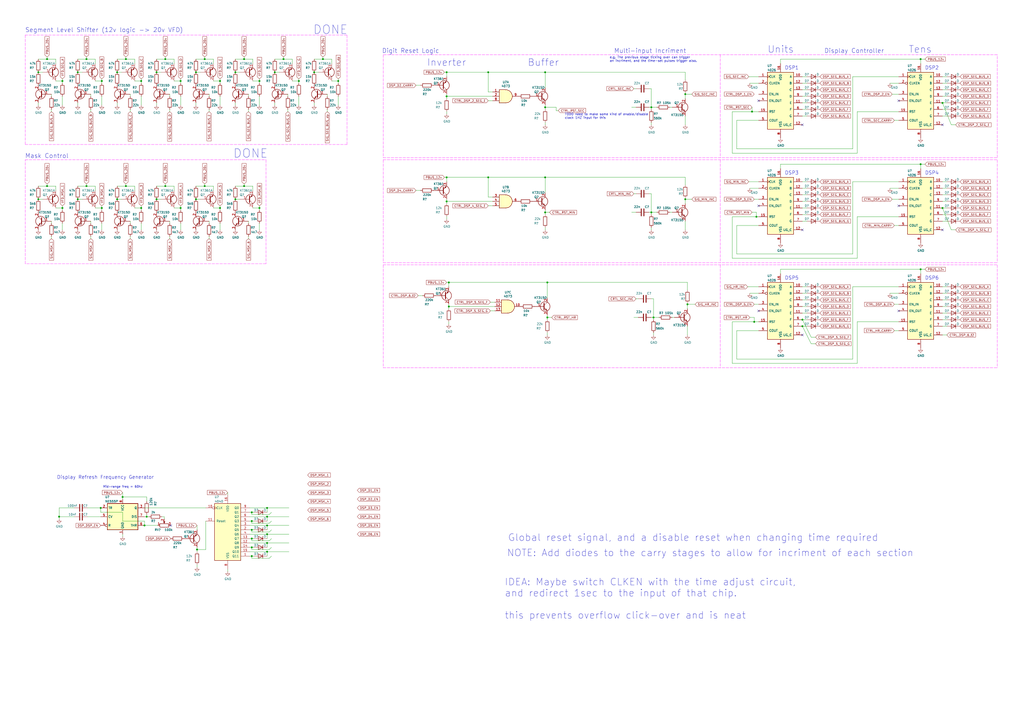
<source format=kicad_sch>
(kicad_sch (version 20250114) (generator "eeschema") (generator_version "9.0")
  (paper "A2")
  (title_block (title "IV-6 VFD Clock") (date "2025-06-23") (rev "MkII") (company "ADBeta"))
  (text "Multi-input Incriment" (at 356.235 31.115 0) (effects (font (size 2.54 2.54)) (justify left bottom)))
  (text "TODO need to make some kind of enable/disable\nclock 1HZ input for this" (at 327.66 69.215 0) (effects (font (size 1.27 1.27)) (justify left bottom)))
  (text "Digit Reset Logic" (at 221.615 31.115 0) (effects (font (size 2.54 2.54)) (justify left bottom)))
  (text "Mask Control" (at 14.605 92.075 0) (effects (font (size 2.54 2.54)) (justify left bottom)))
  (text "Buffer" (at 306.07 38.735 0) (effects (font (size 4 4)) (justify left bottom)))
  (text "NOTE: Add diodes to the carry stages to allow for incriment of each section\n" (at 294.005 323.215 0) (effects (font (size 4 4)) (justify left bottom)))
  (text "DONE" (at 135.255 92.075 0) (effects (font (size 5 5)) (justify left bottom)))
  (text "e.g. The previous stage ticking over can trigger\nan incriment, and the time-set pulses trigger also. " (at 353.695 36.195 0) (effects (font (size 1.27 1.27)) (justify left bottom)))
  (text "Units" (at 445.135 31.115 0) (effects (font (size 4 4)) (justify left bottom)))
  (text "DSP6" (at 536.575 162.56 0) (effects (font (size 2.0066 2.0066)) (justify left bottom)))
  (text "Segment Level Shifter (12v logic -> 20v VFD)" (at 14.605 19.05 0) (effects (font (size 2.54 2.54)) (justify left bottom)))
  (text "DSP5" (at 455.295 162.56 0) (effects (font (size 2.0066 2.0066)) (justify left bottom)))
  (text "Display Refresh Frequency Generator" (at 33.02 278.13 0) (effects (font (size 2 2)) (justify left bottom)))
  (text "DSP4" (at 536.575 101.6 0) (effects (font (size 2.0066 2.0066)) (justify left bottom)))
  (text "Tens" (at 527.05 31.115 0) (effects (font (size 4 4)) (justify left bottom)))
  (text "Global reset signal, and a disable reset when changing time required\n" (at 294.64 314.325 0) (effects (font (size 4 4)) (justify left bottom)))
  (text "Mid-range freq = 60hz" (at 59.69 283.21 0) (effects (font (size 1.27 1.27)) (justify left bottom)))
  (text "Inverter" (at 247.65 38.735 0) (effects (font (size 4 4)) (justify left bottom)))
  (text "DSP1" (at 455.295 40.64 0) (effects (font (size 2.0066 2.0066)) (justify left bottom)))
  (text "IDEA: Maybe switch CLKEN with the time adjust circuit,\nand redirect 1sec to the input of that chip.\n\nthis prevents overflow click-over and is neat" (at 292.735 359.41 0) (effects (font (size 4 4)) (justify left bottom)))
  (text "DSP2" (at 536.575 40.64 0) (effects (font (size 2.0066 2.0066)) (justify left bottom)))
  (text "DONE" (at 181.61 20.32 0) (effects (font (size 5 5)) (justify left bottom)))
  (text "Display Controller" (at 478.155 31.115 0) (effects (font (size 2.54 2.54)) (justify left bottom)))
  (text "DSP3" (at 455.295 101.6 0) (effects (font (size 2.0066 2.0066)) (justify left bottom)))
  (junction (at 36.195 46.99))
  (junction (at 316.23 41.91))
  (junction (at 259.08 55.88))
  (junction (at 146.05 322.58))
  (junction (at 316.23 62.23))
  (junction (at 90.805 41.91))
  (junction (at 397.51 54.61))
  (junction (at 534.035 95.25))
  (junction (at 104.775 120.65))
  (junction (at 379.095 184.15))
  (junction (at 164.465 34.29))
  (junction (at 85.09 299.72))
  (junction (at 141.605 107.95))
  (junction (at 196.215 46.99))
  (junction (at 118.745 34.29))
  (junction (at 136.525 115.57))
  (junction (at 95.885 107.95))
  (junction (at 67.945 41.91))
  (junction (at 259.08 116.84))
  (junction (at 259.08 41.91))
  (junction (at 465.455 189.23))
  (junction (at 534.035 34.29))
  (junction (at 182.245 41.91))
  (junction (at 27.305 34.29))
  (junction (at 73.025 34.29))
  (junction (at 45.085 41.91))
  (junction (at 59.055 46.99))
  (junction (at 546.735 59.69))
  (junction (at 259.08 102.87))
  (junction (at 146.05 317.5))
  (junction (at 34.29 299.72))
  (junction (at 316.23 123.19))
  (junction (at 283.21 102.87))
  (junction (at 22.225 41.91))
  (junction (at 146.05 312.42))
  (junction (at 50.165 107.95))
  (junction (at 59.055 120.65))
  (junction (at 50.165 34.29))
  (junction (at 58.42 294.64))
  (junction (at 104.775 46.99))
  (junction (at 260.35 177.8))
  (junction (at 260.35 163.83))
  (junction (at 187.325 34.29))
  (junction (at 73.025 107.95))
  (junction (at 398.78 176.53))
  (junction (at 317.5 184.15))
  (junction (at 397.51 115.57))
  (junction (at 36.195 120.65))
  (junction (at 22.225 115.57))
  (junction (at 154.94 320.04))
  (junction (at 146.05 302.26))
  (junction (at 118.745 107.95))
  (junction (at 150.495 46.99))
  (junction (at 150.495 120.65))
  (junction (at 136.525 41.91))
  (junction (at 127.635 46.99))
  (junction (at 83.82 304.8))
  (junction (at 316.23 102.87))
  (junction (at 146.05 307.34))
  (junction (at 377.825 62.23))
  (junction (at 27.305 107.95))
  (junction (at 283.21 41.91))
  (junction (at 154.94 294.64))
  (junction (at 154.94 309.88))
  (junction (at 377.825 123.19))
  (junction (at 114.3 318.77))
  (junction (at 317.5 163.83))
  (junction (at 436.245 64.77))
  (junction (at 465.455 185.42))
  (junction (at 154.94 314.96))
  (junction (at 146.05 297.18))
  (junction (at 173.355 46.99))
  (junction (at 141.605 34.29))
  (junction (at 95.885 34.29))
  (junction (at 90.805 115.57))
  (junction (at 159.385 41.91))
  (junction (at 437.515 186.69))
  (junction (at 113.665 115.57))
  (junction (at 534.035 156.21))
  (junction (at 127.635 120.65))
  (junction (at 546.735 120.65))
  (junction (at 71.12 288.29))
  (junction (at 45.085 115.57))
  (junction (at 438.785 125.73))
  (junction (at 154.94 299.72))
  (junction (at 67.945 115.57))
  (junction (at 113.665 41.91))
  (junction (at 81.915 46.99))
  (junction (at 81.915 120.65))
  (junction (at 154.94 304.8))
  (no_connect (at 521.335 119.38))
  (no_connect (at 465.455 133.35))
  (no_connect (at 521.335 180.34))
  (no_connect (at 99.06 304.8))
  (no_connect (at 521.335 58.42))
  (no_connect (at 465.455 194.31))
  (no_connect (at 440.055 58.42))
  (no_connect (at 546.735 72.39))
  (no_connect (at 546.735 133.35))
  (no_connect (at 440.055 180.34))
  (no_connect (at 440.055 119.38))
  (no_connect (at 465.455 72.39))
  (wire (pts (xy 367.665 51.435) (xy 368.935 51.435)))
  (wire (pts (xy 283.21 58.42) (xy 285.75 58.42)))
  (wire (pts (xy 316.23 123.19) (xy 316.23 124.46)))
  (wire (pts (xy 452.755 156.21) (xy 534.035 156.21)))
  (wire (pts (xy 424.815 125.73) (xy 424.815 149.86)))
  (wire (pts (xy 71.12 288.29) (xy 85.09 288.29)))
  (wire (pts (xy 100.965 46.99) (xy 104.775 46.99)))
  (wire (pts (xy 434.975 184.15) (xy 437.515 184.15)))
  (wire (pts (xy 154.94 294.64) (xy 154.94 297.18)))
  (wire (pts (xy 34.29 299.72) (xy 43.18 299.72)))
  (wire (pts (xy 32.385 120.65) (xy 36.195 120.65)))
  (wire (pts (xy 146.685 46.99) (xy 150.495 46.99)))
  (wire (pts (xy 113.665 115.57) (xy 116.205 115.57)))
  (wire (pts (xy 398.78 176.53) (xy 403.225 176.53)))
  (wire (pts (xy 546.735 194.31) (xy 549.275 194.31)))
  (wire (pts (xy 146.05 297.18) (xy 146.05 298.45)))
  (wire (pts (xy 169.545 46.99) (xy 173.355 46.99)))
  (wire (pts (xy 438.785 125.73) (xy 424.815 125.73)))
  (wire (pts (xy 376.555 112.395) (xy 377.825 112.395)))
  (wire (pts (xy 146.05 322.58) (xy 147.32 322.58)))
  (wire (pts (xy 377.825 132.08) (xy 377.825 133.35)))
  (wire (pts (xy 123.825 110.49) (xy 123.825 107.95)))
  (wire (pts (xy 85.09 288.29) (xy 85.09 290.83)))
  (wire (pts (xy 317.5 163.83) (xy 317.5 172.72)))
  (wire (pts (xy 196.215 46.99) (xy 196.215 45.72)))
  (wire (pts (xy 93.98 299.72) (xy 95.25 299.72)))
  (wire (pts (xy 50.165 106.68) (xy 50.165 107.95)))
  (wire (pts (xy 260.35 163.83) (xy 260.35 166.37)))
  (wire (pts (xy 518.795 176.53) (xy 521.335 176.53)))
  (wire (pts (xy 437.515 184.15) (xy 437.515 186.69)))
  (wire (pts (xy 424.815 210.82) (xy 497.205 210.82)))
  (wire (pts (xy 259.08 102.87) (xy 283.21 102.87)))
  (wire (pts (xy 144.78 309.88) (xy 154.94 309.88)))
  (wire (pts (xy 81.915 120.65) (xy 81.915 119.38)))
  (wire (pts (xy 55.245 120.65) (xy 59.055 120.65)))
  (wire (pts (xy 259.08 64.77) (xy 259.08 66.04)))
  (wire (pts (xy 156.21 303.53) (xy 157.48 302.26)))
  (wire (pts (xy 377.825 112.395) (xy 377.825 123.19)))
  (polyline (pts (xy 222.25 153.67) (xy 222.25 213.36)) (stroke (width 0) (type dash) (color 255 0 255 1)))
  (wire (pts (xy 71.12 311.15) (xy 71.12 309.88)))
  (wire (pts (xy 517.525 54.61) (xy 521.335 54.61)))
  (wire (pts (xy 546.735 170.18) (xy 549.275 170.18)))
  (wire (pts (xy 114.3 317.5) (xy 114.3 318.77)))
  (wire (pts (xy 144.145 137.16) (xy 144.145 138.43)))
  (wire (pts (xy 546.735 52.07) (xy 549.275 52.07)))
  (wire (pts (xy 182.245 41.91) (xy 184.785 41.91)))
  (wire (pts (xy 71.12 285.75) (xy 71.12 288.29)))
  (wire (pts (xy 141.605 34.29) (xy 136.525 34.29)))
  (wire (pts (xy 156.21 298.45) (xy 157.48 297.18)))
  (wire (pts (xy 119.38 302.26) (xy 119.38 318.77)))
  (wire (pts (xy 52.705 137.16) (xy 52.705 138.43)))
  (wire (pts (xy 546.735 59.69) (xy 549.275 59.69)))
  (wire (pts (xy 546.735 173.99) (xy 549.275 173.99)))
  (wire (pts (xy 146.05 302.26) (xy 146.05 303.53)))
  (wire (pts (xy 546.735 120.65) (xy 549.275 120.65)))
  (wire (pts (xy 121.285 137.16) (xy 121.285 138.43)))
  (wire (pts (xy 398.78 189.23) (xy 398.78 194.31)))
  (wire (pts (xy 150.495 120.65) (xy 150.495 121.92)))
  (wire (pts (xy 424.815 64.77) (xy 424.815 88.9)))
  (wire (pts (xy 452.755 34.29) (xy 534.035 34.29)))
  (wire (pts (xy 465.455 113.03) (xy 467.995 113.03)))
  (wire (pts (xy 465.455 44.45) (xy 467.995 44.45)))
  (wire (pts (xy 377.825 184.15) (xy 379.095 184.15)))
  (wire (pts (xy 150.495 55.88) (xy 150.495 60.96)))
  (wire (pts (xy 50.165 34.29) (xy 45.085 34.29)))
  (wire (pts (xy 59.055 129.54) (xy 59.055 133.35)))
  (wire (pts (xy 132.08 330.2) (xy 132.08 331.47)))
  (wire (pts (xy 316.23 60.96) (xy 316.23 62.23)))
  (wire (pts (xy 98.425 63.5) (xy 98.425 64.77)))
  (wire (pts (xy 36.195 55.88) (xy 36.195 60.96)))
  (wire (pts (xy 551.815 72.39) (xy 554.355 72.39)))
  (wire (pts (xy 154.94 309.88) (xy 154.94 312.42)))
  (wire (pts (xy 32.385 107.95) (xy 27.305 107.95)))
  (wire (pts (xy 397.51 67.31) (xy 397.51 72.39)))
  (polyline (pts (xy 578.485 92.71) (xy 578.485 152.4)) (stroke (width 0) (type dash) (color 255 0 255 1)))
  (wire (pts (xy 146.05 302.26) (xy 147.32 302.26)))
  (wire (pts (xy 316.23 62.23) (xy 322.58 62.23)))
  (wire (pts (xy 257.81 102.87) (xy 259.08 102.87)))
  (wire (pts (xy 465.455 177.8) (xy 467.995 177.8)))
  (wire (pts (xy 36.195 46.99) (xy 36.195 45.72)))
  (wire (pts (xy 144.78 312.42) (xy 146.05 312.42)))
  (wire (pts (xy 187.325 34.29) (xy 182.245 34.29)))
  (wire (pts (xy 546.735 185.42) (xy 549.275 185.42)))
  (wire (pts (xy 127.635 129.54) (xy 127.635 133.35)))
  (wire (pts (xy 127.635 55.88) (xy 127.635 60.96)))
  (wire (pts (xy 144.78 299.72) (xy 154.94 299.72)))
  (wire (pts (xy 59.055 46.99) (xy 59.055 48.26)))
  (polyline (pts (xy 417.83 31.75) (xy 417.83 91.44)) (stroke (width 0) (type dash) (color 255 0 255 1)))
  (wire (pts (xy 27.305 107.95) (xy 22.225 107.95)))
  (wire (pts (xy 127.635 120.65) (xy 127.635 119.38)))
  (wire (pts (xy 388.62 123.19) (xy 389.89 123.19)))
  (wire (pts (xy 323.85 64.135) (xy 322.58 64.135)))
  (wire (pts (xy 36.195 129.54) (xy 36.195 133.35)))
  (wire (pts (xy 71.12 297.18) (xy 71.12 302.26)))
  (wire (pts (xy 440.055 191.77) (xy 427.355 191.77)))
  (wire (pts (xy 78.105 34.29) (xy 73.025 34.29)))
  (wire (pts (xy 75.565 54.61) (xy 75.565 55.88)))
  (wire (pts (xy 437.515 115.57) (xy 440.055 115.57)))
  (wire (pts (xy 154.94 302.26) (xy 154.94 299.72)))
  (wire (pts (xy 497.205 64.77) (xy 521.335 64.77)))
  (wire (pts (xy 377.825 173.355) (xy 379.095 173.355)))
  (wire (pts (xy 34.29 294.64) (xy 34.29 299.72)))
  (wire (pts (xy 388.62 62.23) (xy 389.89 62.23)))
  (wire (pts (xy 173.355 46.99) (xy 173.355 48.26)))
  (polyline (pts (xy 578.485 91.44) (xy 578.485 31.75)) (stroke (width 0) (type dash) (color 255 0 255 1)))
  (wire (pts (xy 100.965 36.83) (xy 100.965 34.29)))
  (wire (pts (xy 316.23 132.08) (xy 316.23 133.35)))
  (wire (pts (xy 465.455 185.42) (xy 470.535 195.58)))
  (wire (pts (xy 316.23 41.91) (xy 397.51 41.91)))
  (wire (pts (xy 397.51 128.27) (xy 397.51 133.35)))
  (wire (pts (xy 100.965 120.65) (xy 104.775 120.65)))
  (wire (pts (xy 367.665 112.395) (xy 368.935 112.395)))
  (wire (pts (xy 546.735 116.84) (xy 549.275 116.84)))
  (wire (pts (xy 518.795 69.85) (xy 521.335 69.85)))
  (wire (pts (xy 55.245 36.83) (xy 55.245 34.29)))
  (wire (pts (xy 546.735 177.8) (xy 549.275 177.8)))
  (wire (pts (xy 436.245 64.77) (xy 424.815 64.77)))
  (wire (pts (xy 173.355 46.99) (xy 173.355 45.72)))
  (wire (pts (xy 465.455 109.22) (xy 467.995 109.22)))
  (wire (pts (xy 144.145 128.27) (xy 144.145 129.54)))
  (wire (pts (xy 397.51 54.61) (xy 401.32 54.61)))
  (wire (pts (xy 156.21 308.61) (xy 157.48 307.34)))
  (wire (pts (xy 146.05 318.77) (xy 156.21 318.77)))
  (wire (pts (xy 150.495 120.65) (xy 150.495 119.38)))
  (wire (pts (xy 389.89 184.15) (xy 391.16 184.15)))
  (polyline (pts (xy 222.25 152.4) (xy 578.485 152.4)) (stroke (width 0) (type dash) (color 255 0 255 1)))
  (wire (pts (xy 144.145 63.5) (xy 144.145 64.77)))
  (wire (pts (xy 427.355 147.32) (xy 494.665 147.32)))
  (wire (pts (xy 91.44 304.8) (xy 83.82 304.8)))
  (wire (pts (xy 465.455 55.88) (xy 467.995 55.88)))
  (wire (pts (xy 59.055 120.65) (xy 59.055 119.38)))
  (polyline (pts (xy 222.25 31.75) (xy 222.25 91.44)) (stroke (width 0) (type dash) (color 255 0 255 1)))
  (wire (pts (xy 470.535 195.58) (xy 473.075 195.58)))
  (wire (pts (xy 132.08 287.02) (xy 132.08 285.75)))
  (wire (pts (xy 146.05 308.61) (xy 156.21 308.61)))
  (wire (pts (xy 141.605 107.95) (xy 136.525 107.95)))
  (wire (pts (xy 546.735 59.69) (xy 551.815 72.39)))
  (wire (pts (xy 494.665 44.45) (xy 494.665 86.36)))
  (wire (pts (xy 95.885 106.68) (xy 95.885 107.95)))
  (wire (pts (xy 32.385 110.49) (xy 32.385 107.95)))
  (wire (pts (xy 78.105 110.49) (xy 78.105 107.95)))
  (wire (pts (xy 427.355 69.85) (xy 427.355 86.36)))
  (wire (pts (xy 141.605 33.02) (xy 141.605 34.29)))
  (polyline (pts (xy 417.83 153.67) (xy 417.83 213.36)) (stroke (width 0) (type dash) (color 255 0 255 1)))
  (wire (pts (xy 144.78 307.34) (xy 146.05 307.34)))
  (wire (pts (xy 427.355 191.77) (xy 427.355 208.28)))
  (wire (pts (xy 29.845 63.5) (xy 29.845 64.77)))
  (wire (pts (xy 136.525 41.91) (xy 139.065 41.91)))
  (wire (pts (xy 546.735 166.37) (xy 549.275 166.37)))
  (wire (pts (xy 397.51 54.61) (xy 397.51 57.15)))
  (wire (pts (xy 146.05 323.85) (xy 156.21 323.85)))
  (wire (pts (xy 156.21 318.77) (xy 157.48 317.5)))
  (wire (pts (xy 377.825 62.23) (xy 377.825 63.5)))
  (wire (pts (xy 90.805 60.96) (xy 90.805 59.69)))
  (wire (pts (xy 144.78 304.8) (xy 154.94 304.8)))
  (wire (pts (xy 154.94 320.04) (xy 167.64 320.04)))
  (wire (pts (xy 144.78 322.58) (xy 146.05 322.58)))
  (wire (pts (xy 259.08 116.84) (xy 285.75 116.84)))
  (wire (pts (xy 146.685 36.83) (xy 146.685 34.29)))
  (wire (pts (xy 78.105 46.99) (xy 81.915 46.99)))
  (wire (pts (xy 316.23 121.92) (xy 316.23 123.19)))
  (wire (pts (xy 427.355 208.28) (xy 494.665 208.28)))
  (wire (pts (xy 534.035 156.21) (xy 534.035 158.75)))
  (wire (pts (xy 154.94 314.96) (xy 167.64 314.96)))
  (wire (pts (xy 83.82 294.64) (xy 119.38 294.64)))
  (wire (pts (xy 260.35 186.69) (xy 260.35 187.96)))
  (wire (pts (xy 440.055 125.73) (xy 438.785 125.73)))
  (wire (pts (xy 257.81 41.91) (xy 259.08 41.91)))
  (wire (pts (xy 85.09 299.72) (xy 83.82 299.72)))
  (wire (pts (xy 494.665 105.41) (xy 494.665 147.32)))
  (wire (pts (xy 146.05 297.18) (xy 147.32 297.18)))
  (wire (pts (xy 440.055 69.85) (xy 427.355 69.85)))
  (wire (pts (xy 379.095 184.15) (xy 379.095 185.42)))
  (wire (pts (xy 259.08 55.88) (xy 259.08 57.15)))
  (wire (pts (xy 366.395 123.19) (xy 368.935 123.19)))
  (wire (pts (xy 78.105 120.65) (xy 81.915 120.65)))
  (wire (pts (xy 317.5 184.15) (xy 317.5 185.42)))
  (wire (pts (xy 71.12 288.29) (xy 71.12 289.56)))
  (wire (pts (xy 521.335 191.77) (xy 518.795 191.77)))
  (wire (pts (xy 156.21 313.69) (xy 157.48 312.42)))
  (wire (pts (xy 32.385 34.29) (xy 27.305 34.29)))
  (wire (pts (xy 27.305 34.29) (xy 22.225 34.29)))
  (wire (pts (xy 376.555 62.23) (xy 377.825 62.23)))
  (wire (pts (xy 75.565 137.16) (xy 75.565 138.43)))
  (wire (pts (xy 114.3 318.77) (xy 114.3 320.04)))
  (wire (pts (xy 127.635 120.65) (xy 127.635 121.92)))
  (wire (pts (xy 118.745 106.68) (xy 118.745 107.95)))
  (wire (pts (xy 71.12 302.26) (xy 83.82 302.26)))
  (wire (pts (xy 81.915 120.65) (xy 81.915 121.92)))
  (wire (pts (xy 81.915 129.54) (xy 81.915 133.35)))
  (wire (pts (xy 123.825 46.99) (xy 127.635 46.99)))
  (polyline (pts (xy 201.295 20.32) (xy 14.605 20.32)) (stroke (width 0) (type dash) (color 255 0 255 1)))
  (wire (pts (xy 144.78 314.96) (xy 154.94 314.96)))
  (wire (pts (xy 192.405 36.83) (xy 192.405 34.29)))
  (wire (pts (xy 465.455 189.23) (xy 470.535 199.39)))
  (wire (pts (xy 516.255 109.22) (xy 521.335 109.22)))
  (wire (pts (xy 192.405 46.99) (xy 196.215 46.99)))
  (wire (pts (xy 546.735 109.22) (xy 549.275 109.22)))
  (wire (pts (xy 465.455 128.27) (xy 467.995 128.27)))
  (wire (pts (xy 377.825 71.12) (xy 377.825 72.39)))
  (wire (pts (xy 316.23 102.87) (xy 397.51 102.87)))
  (wire (pts (xy 114.3 327.66) (xy 114.3 328.93)))
  (wire (pts (xy 81.915 46.99) (xy 81.915 45.72)))
  (wire (pts (xy 27.305 106.68) (xy 27.305 107.95)))
  (polyline (pts (xy 222.25 91.44) (xy 578.485 91.44)) (stroke (width 0) (type dash) (color 255 0 255 1)))
  (wire (pts (xy 260.35 163.83) (xy 317.5 163.83)))
  (wire (pts (xy 434.34 44.45) (xy 440.055 44.45)))
  (wire (pts (xy 32.385 46.99) (xy 36.195 46.99)))
  (wire (pts (xy 144.78 317.5) (xy 146.05 317.5)))
  (wire (pts (xy 517.525 115.57) (xy 521.335 115.57)))
  (wire (pts (xy 123.825 36.83) (xy 123.825 34.29)))
  (wire (pts (xy 434.975 170.18) (xy 440.055 170.18)))
  (wire (pts (xy 440.055 186.69) (xy 437.515 186.69)))
  (wire (pts (xy 379.095 193.04) (xy 379.095 194.31)))
  (wire (pts (xy 440.055 64.77) (xy 436.245 64.77)))
  (wire (pts (xy 123.825 34.29) (xy 118.745 34.29)))
  (wire (pts (xy 367.665 184.15) (xy 370.205 184.15)))
  (wire (pts (xy 465.455 48.26) (xy 467.995 48.26)))
  (wire (pts (xy 95.885 107.95) (xy 90.805 107.95)))
  (wire (pts (xy 118.745 33.02) (xy 118.745 34.29)))
  (wire (pts (xy 368.935 173.355) (xy 370.205 173.355)))
  (wire (pts (xy 452.755 95.25) (xy 534.035 95.25)))
  (wire (pts (xy 259.08 115.57) (xy 259.08 116.84)))
  (wire (pts (xy 438.785 123.19) (xy 438.785 125.73)))
  (wire (pts (xy 167.005 63.5) (xy 167.005 64.77)))
  (wire (pts (xy 546.735 120.65) (xy 551.815 133.35)))
  (wire (pts (xy 34.29 300.99) (xy 34.29 299.72)))
  (polyline (pts (xy 578.485 153.67) (xy 578.485 213.36)) (stroke (width 0) (type dash) (color 255 0 255 1)))
  (wire (pts (xy 546.735 44.45) (xy 549.275 44.45)))
  (wire (pts (xy 144.78 320.04) (xy 154.94 320.04)))
  (wire (pts (xy 546.735 105.41) (xy 549.275 105.41)))
  (wire (pts (xy 146.05 322.58) (xy 146.05 323.85)))
  (wire (pts (xy 534.035 34.29) (xy 534.035 36.83)))
  (wire (pts (xy 317.5 184.15) (xy 320.04 184.15)))
  (wire (pts (xy 29.845 128.27) (xy 29.845 129.54)))
  (wire (pts (xy 58.42 297.18) (xy 71.12 297.18)))
  (wire (pts (xy 73.025 107.95) (xy 67.945 107.95)))
  (wire (pts (xy 494.665 105.41) (xy 521.335 105.41)))
  (wire (pts (xy 187.325 33.02) (xy 187.325 34.29)))
  (wire (pts (xy 150.495 46.99) (xy 150.495 48.26)))
  (wire (pts (xy 437.515 186.69) (xy 424.815 186.69)))
  (wire (pts (xy 377.825 123.19) (xy 377.825 124.46)))
  (wire (pts (xy 95.885 33.02) (xy 95.885 34.29)))
  (wire (pts (xy 436.245 123.19) (xy 438.785 123.19)))
  (wire (pts (xy 285.75 114.3) (xy 283.21 114.3)))
  (wire (pts (xy 98.425 128.27) (xy 98.425 129.54)))
  (wire (pts (xy 283.21 119.38) (xy 285.75 119.38)))
  (wire (pts (xy 67.945 115.57) (xy 70.485 115.57)))
  (wire (pts (xy 397.51 114.935) (xy 397.51 115.57)))
  (wire (pts (xy 59.055 46.99) (xy 59.055 45.72)))
  (wire (pts (xy 285.75 53.34) (xy 283.21 53.34)))
  (polyline (pts (xy 578.485 31.75) (xy 222.25 31.75)) (stroke (width 0) (type dash) (color 255 0 255 1)))
  (wire (pts (xy 90.805 115.57) (xy 93.345 115.57)))
  (wire (pts (xy 259.08 163.83) (xy 260.35 163.83)))
  (wire (pts (xy 100.965 107.95) (xy 95.885 107.95)))
  (wire (pts (xy 146.05 303.53) (xy 156.21 303.53)))
  (wire (pts (xy 546.735 128.27) (xy 549.275 128.27)))
  (wire (pts (xy 317.5 182.88) (xy 317.5 184.15)))
  (wire (pts (xy 154.94 309.88) (xy 167.64 309.88)))
  (wire (pts (xy 397.51 53.975) (xy 397.51 54.61)))
  (wire (pts (xy 43.18 294.64) (xy 34.29 294.64)))
  (wire (pts (xy 516.255 170.18) (xy 521.335 170.18)))
  (wire (pts (xy 29.845 54.61) (xy 29.845 55.88)))
  (wire (pts (xy 150.495 129.54) (xy 150.495 133.35)))
  (wire (pts (xy 27.305 33.02) (xy 27.305 34.29)))
  (wire (pts (xy 546.735 113.03) (xy 549.275 113.03)))
  (wire (pts (xy 113.665 41.91) (xy 116.205 41.91)))
  (wire (pts (xy 144.78 294.64) (xy 154.94 294.64)))
  (wire (pts (xy 497.205 125.73) (xy 521.335 125.73)))
  (wire (pts (xy 146.05 307.34) (xy 147.32 307.34)))
  (polyline (pts (xy 154.305 153.035) (xy 14.605 153.035)) (stroke (width 0) (type dash) (color 255 0 255 1)))
  (wire (pts (xy 259.08 102.87) (xy 259.08 105.41)))
  (wire (pts (xy 73.025 106.68) (xy 73.025 107.95)))
  (wire (pts (xy 424.815 149.86) (xy 497.205 149.86)))
  (polyline (pts (xy 222.25 153.67) (xy 578.485 153.67)) (stroke (width 0) (type dash) (color 255 0 255 1)))
  (wire (pts (xy 100.965 34.29) (xy 95.885 34.29)))
  (wire (pts (xy 154.94 294.64) (xy 167.64 294.64)))
  (wire (pts (xy 436.245 62.23) (xy 436.245 64.77)))
  (wire (pts (xy 465.455 170.18) (xy 467.995 170.18)))
  (wire (pts (xy 284.48 180.34) (xy 287.02 180.34)))
  (wire (pts (xy 123.825 120.65) (xy 127.635 120.65)))
  (wire (pts (xy 104.775 120.65) (xy 104.775 121.92)))
  (wire (pts (xy 58.42 294.64) (xy 58.42 297.18)))
  (wire (pts (xy 73.025 33.02) (xy 73.025 34.29)))
  (wire (pts (xy 154.94 314.96) (xy 154.94 317.5)))
  (wire (pts (xy 494.665 166.37) (xy 521.335 166.37)))
  (wire (pts (xy 146.05 313.69) (xy 156.21 313.69)))
  (wire (pts (xy 159.385 41.91) (xy 161.925 41.91)))
  (wire (pts (xy 67.945 41.91) (xy 70.485 41.91)))
  (wire (pts (xy 154.94 304.8) (xy 167.64 304.8)))
  (wire (pts (xy 376.555 123.19) (xy 377.825 123.19)))
  (wire (pts (xy 114.3 318.77) (xy 119.38 318.77)))
  (wire (pts (xy 551.815 133.35) (xy 554.355 133.35)))
  (wire (pts (xy 440.055 130.81) (xy 427.355 130.81)))
  (wire (pts (xy 75.565 128.27) (xy 75.565 129.54)))
  (wire (pts (xy 144.145 54.61) (xy 144.145 55.88)))
  (wire (pts (xy 154.94 304.8) (xy 154.94 307.34)))
  (wire (pts (xy 465.455 52.07) (xy 467.995 52.07)))
  (wire (pts (xy 434.34 105.41) (xy 440.055 105.41)))
  (wire (pts (xy 136.525 115.57) (xy 139.065 115.57)))
  (wire (pts (xy 45.085 115.57) (xy 47.625 115.57)))
  (polyline (pts (xy 222.25 92.71) (xy 578.485 92.71)) (stroke (width 0) (type dash) (color 255 0 255 1)))
  (wire (pts (xy 146.05 317.5) (xy 147.32 317.5)))
  (wire (pts (xy 377.825 51.435) (xy 377.825 62.23)))
  (wire (pts (xy 494.665 166.37) (xy 494.665 208.28)))
  (wire (pts (xy 434.975 109.22) (xy 440.055 109.22)))
  (wire (pts (xy 144.78 302.26) (xy 146.05 302.26)))
  (wire (pts (xy 146.05 317.5) (xy 146.05 318.77)))
  (polyline (pts (xy 14.605 83.82) (xy 201.295 83.82)) (stroke (width 0) (type dash) (color 255 0 255 1)))
  (wire (pts (xy 98.425 54.61) (xy 98.425 55.88)))
  (wire (pts (xy 546.735 48.26) (xy 549.275 48.26)))
  (wire (pts (xy 465.455 181.61) (xy 467.995 181.61)))
  (wire (pts (xy 379.095 184.15) (xy 382.27 184.15)))
  (wire (pts (xy 259.08 125.73) (xy 259.08 127)))
  (wire (pts (xy 366.395 62.23) (xy 368.935 62.23)))
  (wire (pts (xy 536.575 156.21) (xy 534.035 156.21)))
  (wire (pts (xy 397.51 115.57) (xy 397.51 118.11)))
  (wire (pts (xy 104.775 129.54) (xy 104.775 133.35)))
  (wire (pts (xy 83.82 302.26) (xy 83.82 304.8)))
  (wire (pts (xy 45.085 60.96) (xy 45.085 59.69)))
  (wire (pts (xy 434.975 48.26) (xy 440.055 48.26)))
  (wire (pts (xy 22.225 115.57) (xy 24.765 115.57)))
  (polyline (pts (xy 154.305 92.71) (xy 154.305 153.035)) (stroke (width 0) (type dash) (color 255 0 255 1)))
  (wire (pts (xy 50.165 33.02) (xy 50.165 34.29)))
  (wire (pts (xy 154.94 322.58) (xy 154.94 320.04)))
  (wire (pts (xy 241.3 110.49) (xy 243.84 110.49)))
  (wire (pts (xy 470.535 199.39) (xy 473.075 199.39)))
  (wire (pts (xy 497.205 149.86) (xy 497.205 125.73)))
  (wire (pts (xy 146.05 312.42) (xy 146.05 313.69)))
  (wire (pts (xy 377.825 123.19) (xy 381 123.19)))
  (wire (pts (xy 100.965 110.49) (xy 100.965 107.95)))
  (wire (pts (xy 150.495 46.99) (xy 150.495 45.72)))
  (wire (pts (xy 136.525 60.96) (xy 136.525 59.69)))
  (wire (pts (xy 241.3 49.53) (xy 243.84 49.53)))
  (wire (pts (xy 123.825 107.95) (xy 118.745 107.95)))
  (wire (pts (xy 22.225 41.91) (xy 24.765 41.91)))
  (wire (pts (xy 81.915 46.99) (xy 81.915 48.26)))
  (wire (pts (xy 546.735 55.88) (xy 549.275 55.88)))
  (wire (pts (xy 465.455 59.69) (xy 467.995 59.69)))
  (wire (pts (xy 546.735 189.23) (xy 549.275 189.23)))
  (wire (pts (xy 465.455 67.31) (xy 467.995 67.31)))
  (polyline (pts (xy 14.605 153.035) (xy 14.605 92.71)) (stroke (width 0) (type dash) (color 255 0 255 1)))
  (wire (pts (xy 260.35 177.8) (xy 260.35 179.07)))
  (wire (pts (xy 259.08 54.61) (xy 259.08 55.88)))
  (wire (pts (xy 424.815 186.69) (xy 424.815 210.82)))
  (wire (pts (xy 398.78 176.53) (xy 398.78 179.07)))
  (polyline (pts (xy 14.605 20.32) (xy 14.605 83.82)) (stroke (width 0) (type dash) (color 255 0 255 1)))
  (wire (pts (xy 398.78 163.83) (xy 398.78 168.275)))
  (wire (pts (xy 259.08 55.88) (xy 285.75 55.88)))
  (wire (pts (xy 104.775 46.99) (xy 104.775 45.72)))
  (wire (pts (xy 536.575 95.25) (xy 534.035 95.25)))
  (wire (pts (xy 196.215 55.88) (xy 196.215 60.96)))
  (wire (pts (xy 22.225 60.96) (xy 22.225 59.69)))
  (wire (pts (xy 452.755 36.83) (xy 452.755 34.29)))
  (wire (pts (xy 377.825 62.23) (xy 381 62.23)))
  (wire (pts (xy 121.285 63.5) (xy 121.285 64.77)))
  (wire (pts (xy 146.685 107.95) (xy 141.605 107.95)))
  (wire (pts (xy 259.08 116.84) (xy 259.08 118.11)))
  (wire (pts (xy 283.21 114.3) (xy 283.21 102.87)))
  (wire (pts (xy 465.455 189.23) (xy 467.995 189.23)))
  (wire (pts (xy 465.455 124.46) (xy 467.995 124.46)))
  (wire (pts (xy 260.35 177.8) (xy 287.02 177.8)))
  (wire (pts (xy 146.685 120.65) (xy 150.495 120.65)))
  (wire (pts (xy 121.285 128.27) (xy 121.285 129.54)))
  (wire (pts (xy 55.245 34.29) (xy 50.165 34.29)))
  (wire (pts (xy 78.105 36.83) (xy 78.105 34.29)))
  (wire (pts (xy 118.745 34.29) (xy 113.665 34.29)))
  (wire (pts (xy 146.05 307.34) (xy 146.05 308.61)))
  (wire (pts (xy 397.51 41.91) (xy 397.51 46.355)))
  (wire (pts (xy 29.845 137.16) (xy 29.845 138.43)))
  (wire (pts (xy 316.23 123.19) (xy 318.77 123.19)))
  (wire (pts (xy 192.405 34.29) (xy 187.325 34.29)))
  (wire (pts (xy 283.21 102.87) (xy 316.23 102.87)))
  (wire (pts (xy 465.455 105.41) (xy 467.995 105.41)))
  (wire (pts (xy 242.57 171.45) (xy 245.11 171.45)))
  (wire (pts (xy 497.205 210.82) (xy 497.205 186.69)))
  (wire (pts (xy 118.745 107.95) (xy 113.665 107.95)))
  (wire (pts (xy 465.455 120.65) (xy 467.995 120.65)))
  (wire (pts (xy 52.705 128.27) (xy 52.705 129.54)))
  (wire (pts (xy 317.5 163.83) (xy 398.78 163.83)))
  (wire (pts (xy 534.035 95.25) (xy 534.035 97.79)))
  (wire (pts (xy 55.245 110.49) (xy 55.245 107.95)))
  (wire (pts (xy 536.575 34.29) (xy 534.035 34.29)))
  (polyline (pts (xy 222.25 92.71) (xy 222.25 152.4)) (stroke (width 0) (type dash) (color 255 0 255 1)))
  (wire (pts (xy 121.285 54.61) (xy 121.285 55.88)))
  (polyline (pts (xy 222.25 213.36) (xy 578.485 213.36)) (stroke (width 0) (type dash) (color 255 0 255 1)))
  (wire (pts (xy 52.705 63.5) (xy 52.705 64.77)))
  (wire (pts (xy 284.48 175.26) (xy 287.02 175.26)))
  (wire (pts (xy 465.455 63.5) (xy 467.995 63.5)))
  (wire (pts (xy 146.05 298.45) (xy 156.21 298.45)))
  (wire (pts (xy 104.775 120.65) (xy 104.775 119.38)))
  (wire (pts (xy 32.385 36.83) (xy 32.385 34.29)))
  (wire (pts (xy 164.465 34.29) (xy 159.385 34.29)))
  (wire (pts (xy 316.23 41.91) (xy 316.23 50.8)))
  (wire (pts (xy 78.105 107.95) (xy 73.025 107.95)))
  (polyline (pts (xy 201.295 83.82) (xy 201.295 20.32)) (stroke (width 0) (type dash) (color 255 0 255 1)))
  (wire (pts (xy 144.78 297.18) (xy 146.05 297.18)))
  (wire (pts (xy 398.78 175.895) (xy 398.78 176.53)))
  (wire (pts (xy 546.735 181.61) (xy 549.275 181.61)))
  (wire (pts (xy 465.455 185.42) (xy 467.995 185.42)))
  (wire (pts (xy 518.795 130.81) (xy 521.335 130.81)))
  (wire (pts (xy 376.555 51.435) (xy 377.825 51.435)))
  (wire (pts (xy 141.605 106.68) (xy 141.605 107.95)))
  (polyline (pts (xy 14.605 92.71) (xy 154.305 92.71)) (stroke (width 0) (type dash) (color 255 0 255 1)))
  (wire (pts (xy 259.08 41.91) (xy 259.08 44.45)))
  (wire (pts (xy 55.245 107.95) (xy 50.165 107.95)))
  (wire (pts (xy 73.025 34.29) (xy 67.945 34.29)))
  (wire (pts (xy 465.455 116.84) (xy 467.995 116.84)))
  (wire (pts (xy 169.545 36.83) (xy 169.545 34.29)))
  (wire (pts (xy 497.205 186.69) (xy 521.335 186.69)))
  (wire (pts (xy 52.705 54.61) (xy 52.705 55.88)))
  (wire (pts (xy 322.58 62.23) (xy 322.58 64.135)))
  (wire (pts (xy 55.245 46.99) (xy 59.055 46.99)))
  (wire (pts (xy 497.205 88.9) (xy 424.815 88.9)))
  (wire (pts (xy 36.195 120.65) (xy 36.195 121.92)))
  (wire (pts (xy 86.36 299.72) (xy 85.09 299.72)))
  (wire (pts (xy 452.755 158.75) (xy 452.755 156.21)))
  (wire (pts (xy 114.3 304.8) (xy 114.3 307.34)))
  (wire (pts (xy 154.94 299.72) (xy 167.64 299.72)))
  (wire (pts (xy 465.455 173.99) (xy 467.995 173.99)))
  (wire (pts (xy 189.865 63.5) (xy 189.865 64.77)))
  (wire (pts (xy 182.245 60.96) (xy 182.245 59.69)))
  (wire (pts (xy 437.515 176.53) (xy 440.055 176.53)))
  (wire (pts (xy 90.805 41.91) (xy 93.345 41.91)))
  (wire (pts (xy 546.735 67.31) (xy 549.275 67.31)))
  (wire (pts (xy 516.255 48.26) (xy 521.335 48.26)))
  (wire (pts (xy 98.425 137.16) (xy 98.425 138.43)))
  (wire (pts (xy 58.42 294.64) (xy 50.8 294.64)))
  (wire (pts (xy 260.35 176.53) (xy 260.35 177.8)))
  (wire (pts (xy 95.25 299.72) (xy 95.25 300.99)))
  (wire (pts (xy 104.775 46.99) (xy 104.775 48.26)))
  (wire (pts (xy 67.945 60.96) (xy 67.945 59.69)))
  (wire (pts (xy 50.8 299.72) (xy 58.42 299.72)))
  (wire (pts (xy 433.705 166.37) (xy 440.055 166.37)))
  (wire (pts (xy 159.385 60.96) (xy 159.385 59.69)))
  (wire (pts (xy 36.195 46.99) (xy 36.195 48.26)))
  (wire (pts (xy 113.665 60.96) (xy 113.665 59.69)))
  (wire (pts (xy 465.455 166.37) (xy 467.995 166.37)))
  (wire (pts (xy 146.685 110.49) (xy 146.685 107.95)))
  (wire (pts (xy 50.165 107.95) (xy 45.085 107.95)))
  (wire (pts (xy 104.775 55.88) (xy 104.775 60.96)))
  (wire (pts (xy 283.21 41.91) (xy 316.23 41.91)))
  (wire (pts (xy 127.635 46.99) (xy 127.635 48.26)))
  (wire (pts (xy 494.665 44.45) (xy 521.335 44.45)))
  (wire (pts (xy 546.735 124.46) (xy 549.275 124.46)))
  (wire (pts (xy 146.685 34.29) (xy 141.605 34.29)))
  (wire (pts (xy 75.565 63.5) (xy 75.565 64.77)))
  (wire (pts (xy 146.05 312.42) (xy 147.32 312.42)))
  (wire (pts (xy 427.355 86.36) (xy 494.665 86.36)))
  (wire (pts (xy 164.465 33.02) (xy 164.465 34.29)))
  (wire (pts (xy 316.23 102.87) (xy 316.23 111.76)))
  (wire (pts (xy 45.085 41.91) (xy 47.625 41.91)))
  (wire (pts (xy 317.5 193.04) (xy 317.5 194.31)))
  (wire (pts (xy 167.005 54.61) (xy 167.005 55.88)))
  (polyline (pts (xy 417.83 92.71) (xy 417.83 152.4)) (stroke (width 0) (type dash) (color 255 0 255 1)))
  (wire (pts (xy 259.08 41.91) (xy 283.21 41.91)))
  (wire (pts (xy 189.865 54.61) (xy 189.865 55.88)))
  (wire (pts (xy 379.095 173.355) (xy 379.095 184.15)))
  (wire (pts (xy 85.09 298.45) (xy 85.09 299.72)))
  (wire (pts (xy 36.195 120.65) (xy 36.195 119.38)))
  (wire (pts (xy 316.23 62.23) (xy 316.23 63.5)))
  (wire (pts (xy 196.215 46.99) (xy 196.215 48.26)))
  (wire (pts (xy 497.205 88.9) (xy 497.205 64.77)))
  (wire (pts (xy 81.915 55.88) (xy 81.915 60.96)))
  (wire (pts (xy 59.055 120.65) (xy 59.055 121.92)))
  (wire (pts (xy 397.51 115.57) (xy 401.32 115.57)))
  (wire (pts (xy 173.355 55.88) (xy 173.355 60.96)))
  (wire (pts (xy 546.735 63.5) (xy 549.275 63.5)))
  (wire (pts (xy 95.885 34.29) (xy 90.805 34.29)))
  (wire (pts (xy 316.23 71.12) (xy 316.23 72.39)))
  (wire (pts (xy 156.21 323.85) (xy 157.48 322.58)))
  (wire (pts (xy 127.635 46.99) (xy 127.635 45.72)))
  (wire (pts (xy 169.545 34.29) (xy 164.465 34.29)))
  (wire (pts (xy 397.51 102.87) (xy 397.51 107.315)))
  (wire (pts (xy 427.355 130.81) (xy 427.355 147.32)))
  (wire (pts (xy 59.055 55.88) (xy 59.055 60.96)))
  (wire (pts (xy 452.755 97.79) (xy 452.755 95.25)))
  (wire (pts (xy 283.21 53.34) (xy 283.21 41.91)))
  (global_label "PBUS_12v" (shape input) (at 257.81 102.87 180) (property "Intersheetrefs" "${INTERSHEET_REFS}" (effects (hide yes))))
  (global_label "VFD_SEG_dp" (shape input) (at 196.215 45.72 90) (property "Intersheetrefs" "${INTERSHEET_REFS}" (effects (hide yes))))
  (global_label "VFD_MSK_6" (shape input) (at 150.495 119.38 90) (property "Intersheetrefs" "${INTERSHEET_REFS}" (effects (hide yes))))
  (global_label "SIG_MSK_5" (shape input) (at 121.285 138.43 270) (property "Intersheetrefs" "${INTERSHEET_REFS}" (effects (hide yes))))
  (global_label "DSP_SEG_BUS_D" (shape input) (at 475.615 116.84 0) (property "Intersheetrefs" "${INTERSHEET_REFS}" (effects (hide yes))))
  (global_label "DSP_SEG_BUS_E" (shape input) (at 475.615 181.61 0) (property "Intersheetrefs" "${INTERSHEET_REFS}" (effects (hide yes))))
  (global_label "DSP_SEG_BUS_E" (shape input) (at 475.615 120.65 0) (property "Intersheetrefs" "${INTERSHEET_REFS}" (effects (hide yes))))
  (global_label "CTRL_DSP_4_SEG_E" (shape input) (at 283.21 119.38 180) (property "Intersheetrefs" "${INTERSHEET_REFS}" (effects (hide yes))))
  (global_label "SIG_SEG_BUS_A" (shape input) (at 29.845 64.77 270) (property "Intersheetrefs" "${INTERSHEET_REFS}" (effects (hide yes))))
  (global_label "DSP_SEG_BUS_G" (shape input) (at 556.895 128.27 0) (property "Intersheetrefs" "${INTERSHEET_REFS}" (effects (hide yes))))
  (global_label "PBUS_20v" (shape input) (at 141.605 33.02 90) (property "Intersheetrefs" "${INTERSHEET_REFS}" (effects (hide yes))))
  (global_label "DSP_SEG_BUS_E" (shape input) (at 475.615 59.69 0) (property "Intersheetrefs" "${INTERSHEET_REFS}" (effects (hide yes))))
  (global_label "DSP_SEG_BUS_B" (shape input) (at 556.895 170.18 0) (property "Intersheetrefs" "${INTERSHEET_REFS}" (effects (hide yes))))
  (global_label "SIG_SEC_INC" (shape input) (at 434.34 44.45 180) (property "Intersheetrefs" "${INTERSHEET_REFS}" (effects (hide yes))))
  (global_label "VFD_MSK_5" (shape input) (at 127.635 119.38 90) (property "Intersheetrefs" "${INTERSHEET_REFS}" (effects (hide yes))))
  (global_label "PBUS_12v" (shape input) (at 71.12 285.75 180) (property "Intersheetrefs" "${INTERSHEET_REFS}" (effects (hide yes))))
  (global_label "SIG_MIN_INC" (shape input) (at 401.32 115.57 0) (property "Intersheetrefs" "${INTERSHEET_REFS}" (effects (hide yes))))
  (global_label "DSP_SEG_BUS_D" (shape input) (at 556.895 55.88 0) (property "Intersheetrefs" "${INTERSHEET_REFS}" (effects (hide yes))))
  (global_label "CTRL_RST_HR" (shape input) (at 320.04 184.15 0) (property "Intersheetrefs" "${INTERSHEET_REFS}" (effects (hide yes))))
  (global_label "DSP_SEG_BUS_G" (shape input) (at 475.615 189.23 0) (property "Intersheetrefs" "${INTERSHEET_REFS}" (effects (hide yes))))
  (global_label "PBUS_20v" (shape input) (at 73.025 33.02 90) (property "Intersheetrefs" "${INTERSHEET_REFS}" (effects (hide yes))))
  (global_label "DSP_D3_EN" (shape input) (at 207.264 294.5892 0) (property "Intersheetrefs" "${INTERSHEET_REFS}" (effects (hide yes))))
  (global_label "CTRL_MIN_CARRY" (shape input) (at 518.795 130.81 180) (property "Intersheetrefs" "${INTERSHEET_REFS}" (effects (hide yes))))
  (global_label "SIG_SEG_BUS_B" (shape input) (at 52.705 64.77 270) (property "Intersheetrefs" "${INTERSHEET_REFS}" (effects (hide yes))))
  (global_label "SIG_SEG_BUS_C" (shape input) (at 75.565 64.77 270) (property "Intersheetrefs" "${INTERSHEET_REFS}" (effects (hide yes))))
  (global_label "DSP_SEG_BUS_D" (shape input) (at 556.895 116.84 0) (property "Intersheetrefs" "${INTERSHEET_REFS}" (effects (hide yes))))
  (global_label "CTRL_DSP_5_SEG_G" (shape input) (at 284.48 180.34 180) (property "Intersheetrefs" "${INTERSHEET_REFS}" (effects (hide yes))))
  (global_label "PBUS_12v" (shape input) (at 536.575 156.21 0) (property "Intersheetrefs" "${INTERSHEET_REFS}" (effects (hide yes))))
  (global_label "SIG_MSK_4" (shape input) (at 98.425 138.43 270) (property "Intersheetrefs" "${INTERSHEET_REFS}" (effects (hide yes))))
  (global_label "DSP_SEG_BUS_A" (shape input) (at 475.615 105.41 0) (property "Intersheetrefs" "${INTERSHEET_REFS}" (effects (hide yes))))
  (global_label "CTRL_RST_SEC" (shape input) (at 323.85 64.135 0) (property "Intersheetrefs" "${INTERSHEET_REFS}" (effects (hide yes))))
  (global_label "SIG_MSK_3" (shape input) (at 75.565 138.43 270) (property "Intersheetrefs" "${INTERSHEET_REFS}" (effects (hide yes))))
  (global_label "SIG_SEG_BUS_G" (shape input) (at 167.005 64.77 270) (property "Intersheetrefs" "${INTERSHEET_REFS}" (effects (hide yes))))
  (global_label "CTRL_RST_MIN" (shape input) (at 436.245 123.19 180) (property "Intersheetrefs" "${INTERSHEET_REFS}" (effects (hide yes))))
  (global_label "DSP_SEG_BUS_D" (shape input) (at 556.895 177.8 0) (property "Intersheetrefs" "${INTERSHEET_REFS}" (effects (hide yes))))
  (global_label "DSP_SEG_BUS_E" (shape input) (at 556.895 59.69 0) (property "Intersheetrefs" "${INTERSHEET_REFS}" (effects (hide yes))))
  (global_label "DSP_SEG_BUS_B" (shape input) (at 556.895 48.26 0) (property "Intersheetrefs" "${INTERSHEET_REFS}" (effects (hide yes))))
  (global_label "SIG_SEG_BUS_F" (shape input) (at 144.145 64.77 270) (property "Intersheetrefs" "${INTERSHEET_REFS}" (effects (hide yes))))
  (global_label "PBUS_20v" (shape input) (at 50.165 106.68 90) (property "Intersheetrefs" "${INTERSHEET_REFS}" (effects (hide yes))))
  (global_label "DSP_SEG_BUS_G" (shape input) (at 556.895 189.23 0) (property "Intersheetrefs" "${INTERSHEET_REFS}" (effects (hide yes))))
  (global_label "CTRL_DSP_6_EN" (shape input) (at 518.795 176.53 180) (property "Intersheetrefs" "${INTERSHEET_REFS}" (effects (hide yes))))
  (global_label "DSP_SEG_BUS_A" (shape input) (at 475.615 44.45 0) (property "Intersheetrefs" "${INTERSHEET_REFS}" (effects (hide yes))))
  (global_label "SIG_MSK_1" (shape input) (at 29.845 138.43 270) (property "Intersheetrefs" "${INTERSHEET_REFS}" (effects (hide yes))))
  (global_label "CTRL_DSP_2_SEG_E" (shape input) (at 283.21 58.42 180) (property "Intersheetrefs" "${INTERSHEET_REFS}" (effects (hide yes))))
  (global_label "VFD_SEG_G" (shape input) (at 173.355 45.72 90) (property "Intersheetrefs" "${INTERSHEET_REFS}" (effects (hide yes))))
  (global_label "CTRL_DSP_5_SEG_F" (shape input) (at 284.48 175.26 180) (property "Intersheetrefs" "${INTERSHEET_REFS}" (effects (hide yes))))
  (global_label "DSP_MSK_5" (shape input) (at 178.435 295.91 0) (property "Intersheetrefs" "${INTERSHEET_REFS}" (effects (hide yes))))
  (global_label "DSP_D5_EN" (shape input) (at 207.264 304.7492 0) (property "Intersheetrefs" "${INTERSHEET_REFS}" (effects (hide yes))))
  (global_label "DSP_SEG_BUS_G" (shape input) (at 475.615 67.31 0) (property "Intersheetrefs" "${INTERSHEET_REFS}" (effects (hide yes))))
  (global_label "DSP_SEG_BUS_B" (shape input) (at 556.895 109.22 0) (property "Intersheetrefs" "${INTERSHEET_REFS}" (effects (hide yes))))
  (global_label "DSP_D2_CARRY" (shape input) (at 241.3 49.53 180) (property "Intersheetrefs" "${INTERSHEET_REFS}" (effects (hide yes))))
  (global_label "DSP_D2_EN" (shape input) (at 207.264 289.5092 0) (property "Intersheetrefs" "${INTERSHEET_REFS}" (effects (hide yes))))
  (global_label "SIG_SEG_BUS_E" (shape input) (at 121.285 64.77 270) (property "Intersheetrefs" "${INTERSHEET_REFS}" (effects (hide yes))))
  (global_label "CTRL_DSP_6_!2" (shape input) (at 242.57 171.45 180) (property "Intersheetrefs" "${INTERSHEET_REFS}" (effects (hide yes))))
  (global_label "DSP_SEG_BUS_A" (shape input) (at 475.615 166.37 0) (property "Intersheetrefs" "${INTERSHEET_REFS}" (effects (hide yes))))
  (global_label "DSP_SEG_BUS_B" (shape input) (at 475.615 48.26 0) (property "Intersheetrefs" "${INTERSHEET_REFS}" (effects (hide yes))))
  (global_label "VFD_MSK_2" (shape input) (at 59.055 119.38 90) (property "Intersheetrefs" "${INTERSHEET_REFS}" (effects (hide yes))))
  (global_label "DSP_SEG_BUS_C" (shape input) (at 556.895 173.99 0) (property "Intersheetrefs" "${INTERSHEET_REFS}" (effects (hide yes))))
  (global_label "VFD_SEG_D" (shape input) (at 104.775 45.72 90) (property "Intersheetrefs" "${INTERSHEET_REFS}" (effects (hide yes))))
  (global_label "DSP_SEG_BUS_F" (shape input) (at 475.615 63.5 0) (property "Intersheetrefs" "${INTERSHEET_REFS}" (effects (hide yes))))
  (global_label "DSP_SEG_BUS_F" (shape input) (at 475.615 185.42 0) (property "Intersheetrefs" "${INTERSHEET_REFS}" (effects (hide yes))))
  (global_label "VFD_MSK_4" (shape input) (at 104.775 119.38 90) (property "Intersheetrefs" "${INTERSHEET_REFS}" (effects (hide yes))))
  (global_label "DSP_SEG_BUS_F" (shape input) (at 556.895 63.5 0) (property "Intersheetrefs" "${INTERSHEET_REFS}" (effects (hide yes))))
  (global_label "CTRL_RST_HR" (shape input) (at 434.975 184.15 180) (property "Intersheetrefs" "${INTERSHEET_REFS}" (effects (hide yes))))
  (global_label "PBUS_20v" (shape input) (at 73.025 106.68 90) (property "Intersheetrefs" "${INTERSHEET_REFS}" (effects (hide yes))))
  (global_label "DSP_SEG_BUS_A" (shape input) (at 556.895 44.45 0) (property "Intersheetrefs" "${INTERSHEET_REFS}" (effects (hide yes))))
  (global_label "PBUS_12v" (shape input) (at 536.575 95.25 0) (property "Intersheetrefs" "${INTERSHEET_REFS}" (effects (hide yes))))
  (global_label "PBUS_20v" (shape input) (at 164.465 33.02 90) (property "Intersheetrefs" "${INTERSHEET_REFS}" (effects (hide yes))))
  (global_label "DSP_MSK_6" (shape input) (at 178.435 300.99 0) (property "Intersheetrefs" "${INTERSHEET_REFS}" (effects (hide yes))))
  (global_label "DSP_SEG_BUS_A" (shape input) (at 556.895 105.41 0) (property "Intersheetrefs" "${INTERSHEET_REFS}" (effects (hide yes))))
  (global_label "PBUS_20v" (shape input) (at 141.605 106.68 90) (property "Intersheetrefs" "${INTERSHEET_REFS}" (effects (hide yes))))
  (global_label "DSP_MSK_1" (shape input) (at 178.435 275.59 0) (property "Intersheetrefs" "${INTERSHEET_REFS}" (effects (hide yes))))
  (global_label "CRTL_MIN_INC" (shape input) (at 367.665 112.395 180) (property "Intersheetrefs" "${INTERSHEET_REFS}" (effects (hide yes))))
  (global_label "CTRL_DSP_4_EN" (shape input) (at 517.525 115.57 180) (property "Intersheetrefs" "${INTERSHEET_REFS}" (effects (hide yes))))
  (global_label "CTRL_RST_MIN" (shape input) (at 318.77 123.19 0) (property "Intersheetrefs" "${INTERSHEET_REFS}" (effects (hide yes))))
  (global_label "PBUS_20v" (shape input) (at 50.165 33.02 90) (property "Intersheetrefs" "${INTERSHEET_REFS}" (effects (hide yes))))
  (global_label "DSP_SEG_BUS_F" (shape input) (at 475.615 124.46 0) (property "Intersheetrefs" "${INTERSHEET_REFS}" (effects (hide yes))))
  (global_label "VFD_SEG_A" (shape input) (at 36.195 45.72 90) (property "Intersheetrefs" "${INTERSHEET_REFS}" (effects (hide yes))))
  (global_label "DSP_SEG_BUS_D" (shape input) (at 475.615 55.88 0) (property "Intersheetrefs" "${INTERSHEET_REFS}" (effects (hide yes))))
  (global_label "SIG_SEG_BUS_D" (shape input) (at 98.425 64.77 270) (property "Intersheetrefs" "${INTERSHEET_REFS}" (effects (hide yes))))
  (global_label "VFD_MSK_1" (shape input) (at 36.195 119.38 90) (property "Intersheetrefs" "${INTERSHEET_REFS}" (effects (hide yes))))
  (global_label "DSP_SEG_BUS_F" (shape input) (at 556.895 124.46 0) (property "Intersheetrefs" "${INTERSHEET_REFS}" (effects (hide yes))))
  (global_label "CTRL_HR_CARRY" (shape input) (at 518.795 191.77 180) (property "Intersheetrefs" "${INTERSHEET_REFS}" (effects (hide yes))))
  (global_label "DSP_SEG_BUS_A" (shape input) (at 556.895 166.37 0) (property "Intersheetrefs" "${INTERSHEET_REFS}" (effects (hide yes))))
  (global_label "CRTL_SEC_INC" (shape input) (at 368.935 173.355 180) (property "Intersheetrefs" "${INTERSHEET_REFS}" (effects (hide yes))))
  (global_label "PBUS_20v" (shape input) (at 27.305 106.68 90) (property "Intersheetrefs" "${INTERSHEET_REFS}" (effects (hide yes))))
  (global_label "DSP_SEG_BUS_B" (shape input) (at 475.615 170.18 0) (property "Intersheetrefs" "${INTERSHEET_REFS}" (effects (hide yes))))
  (global_label "DSP_D6_EN" (shape input) (at 207.264 309.8292 0) (property "Intersheetrefs" "${INTERSHEET_REFS}" (effects (hide yes))))
  (global_label "PBUS_12v" (shape input) (at 257.81 41.91 180) (property "Intersheetrefs" "${INTERSHEET_REFS}" (effects (hide yes))))
  (global_label "CTRL_DSP_2_SEG_E" (shape input) (at 554.355 72.39 0) (property "Intersheetrefs" "${INTERSHEET_REFS}" (effects (hide yes))))
  (global_label "SIG_HR_INC" (shape input) (at 403.225 176.53 0) (property "Intersheetrefs" "${INTERSHEET_REFS}" (effects (hide yes))))
  (global_label "DSP_SEG_BUS_B" (shape input) (at 475.615 109.22 0) (property "Intersheetrefs" "${INTERSHEET_REFS}" (effects (hide yes))))
  (global_label "DSP_SEG_BUS_G" (shape input) (at 475.615 128.27 0) (property "Intersheetrefs" "${INTERSHEET_REFS}" (effects (hide yes))))
  (global_label "VFD_SEG_F" (shape input) (at 150.495 45.72 90) (property "Intersheetrefs" "${INTERSHEET_REFS}" (effects (hide yes))))
  (global_label "DSP_SEG_BUS_F" (shape input) (at 556.895 185.42 0) (property "Intersheetrefs" "${INTERSHEET_REFS}" (effects (hide yes))))
  (global_label "DSP_MSK_4" (shape input) (at 178.435 290.83 0) (property "Intersheetrefs" "${INTERSHEET_REFS}" (effects (hide yes))))
  (global_label "CTRL_DSP_5_EN" (shape input) (at 437.515 176.53 180) (property "Intersheetrefs" "${INTERSHEET_REFS}" (effects (hide yes))))
  (global_label "DSP_DSP_EN" (shape input) (at 58.42 304.8 180) (property "Intersheetrefs" "${INTERSHEET_REFS}" (effects (hide yes))))
  (global_label "PBUS_12v" (shape input) (at 132.08 285.75 180) (property "Intersheetrefs" "${INTERSHEET_REFS}" (effects (hide yes))))
  (global_label "VFD_MSK_3" (shape input) (at 81.915 119.38 90) (property "Intersheetrefs" "${INTERSHEET_REFS}" (effects (hide yes))))
  (global_label "DSP_SEG_BUS_C" (shape input) (at 475.615 113.03 0) (property "Intersheetrefs" "${INTERSHEET_REFS}" (effects (hide yes))))
  (global_label "PBUS_20v" (shape input) (at 27.305 33.02 90) (property "Intersheetrefs" "${INTERSHEET_REFS}" (effects (hide yes))))
  (global_label "PBUS_20v" (shape input) (at 118.745 106.68 90) (property "Intersheetrefs" "${INTERSHEET_REFS}" (effects (hide yes))))
  (global_label "DSP_SEG_BUS_C" (shape input) (at 475.615 173.99 0) (property "Intersheetrefs" "${INTERSHEET_REFS}" (effects (hide yes))))
  (global_label "DSP_SEG_BUS_E" (shape input) (at 556.895 181.61 0) (property "Intersheetrefs" "${INTERSHEET_REFS}" (effects (hide yes))))
  (global_label "SIG_HR_INC" (shape input) (at 433.705 166.37 180) (property "Intersheetrefs" "${INTERSHEET_REFS}" (effects (hide yes))))
  (global_label "DSP_SEG_BUS_G" (shape input) (at 556.895 67.31 0) (property "Intersheetrefs" "${INTERSHEET_REFS}" (effects (hide yes))))
  (global_label "PBUS_12v" (shape input) (at 259.08 163.83 180) (property "Intersheetrefs" "${INTERSHEET_REFS}" (effects (hide yes))))
  (global_label "DSP_SEG_BUS_D" (shape input) (at 475.615 177.8 0) (property "Intersheetrefs" "${INTERSHEET_REFS}" (effects (hide yes))))
  (global_label "DSP_D1_EN" (shape input) (at 207.264 284.4292 0) (property "Intersheetrefs" "${INTERSHEET_REFS}" (effects (hide yes))))
  (global_label "CRTL_SEC_INC" (shape input) (at 367.665 51.435 180) (property "Intersheetrefs" "${INTERSHEET_REFS}" (effects (hide yes))))
  (global_label "DSP_SEG_BUS_C" (shape input) (at 556.895 113.03 0) (property "Intersheetrefs" "${INTERSHEET_REFS}" (effects (hide yes))))
  (global_label "DSP_D4_CARRY" (shape input) (at 241.3 110.49 180) (property "Intersheetrefs" "${INTERSHEET_REFS}" (effects (hide yes))))
  (global_label "CTRL_RST_SEC" (shape input) (at 436.245 62.23 180) (property "Intersheetrefs" "${INTERSHEET_REFS}" (effects (hide yes))))
  (global_label "DSP_SEG_BUS_C" (shape input) (at 556.895 52.07 0) (property "Intersheetrefs" "${INTERSHEET_REFS}" (effects (hide yes))))
  (global_label "PBUS_12v" (shape input) (at 536.575 34.29 0) (property "Intersheetrefs" "${INTERSHEET_REFS}" (effects (hide yes))))
  (global_label "DSP_MSK_2" (shape input) (at 178.435 280.67 0) (property "Intersheetrefs" "${INTERSHEET_REFS}" (effects (hide yes))))
  (global_label "CTRL_DSP_5_SEG_G" (shape input) (at 473.075 199.39 0) (property "Intersheetrefs" "${INTERSHEET_REFS}" (effects (hide yes))))
  (global_label "PBUS_20v" (shape input) (at 118.745 33.02 90) (property "Intersheetrefs" "${INTERSHEET_REFS}" (effects (hide yes))))
  (global_label "SIG_MIN_INC" (shape input) (at 434.34 105.41 180) (property "Intersheetrefs" "${INTERSHEET_REFS}" (effects (hide yes))))
  (global_label "PBUS_20v" (shape input) (at 187.325 33.02 90) (property "Intersheetrefs" "${INTERSHEET_REFS}" (effects (hide yes))))
  (global_label "CTRL_DSP_5_SEG_F" (shape input) (at 473.075 195.58 0) (property "Intersheetrefs" "${INTERSHEET_REFS}" (effects (hide yes))))
  (global_label "VFD_SEG_B" (shape input) (at 59.055 45.72 90) (property "Intersheetrefs" "${INTERSHEET_REFS}" (effects (hide yes))))
  (global_label "CTRL_DSP_1_EN" (shape input) (at 437.515 54.61 180) (property "Intersheetrefs" "${INTERSHEET_REFS}" (effects (hide yes))))
  (global_label "DSP_D4_EN" (shape input) (at 207.264 299.6692 0) (property "Intersheetrefs" "${INTERSHEET_REFS}" (effects (hide yes))))
  (global_label "PBUS_20v" (shape input) (at 95.885 106.68 90) (property "Intersheetrefs" "${INTERSHEET_REFS}" (effects (hide yes))))
  (global_label "CTRL_DSP_2_EN" (shape input) (at 517.525 54.61 180) (property "Intersheetrefs" "${INTERSHEET_REFS}" (effects (hide yes))))
  (global_label "SIG_SEC_INC" (shape input) (at 401.32 54.61 0) (property "Intersheetrefs" "${INTERSHEET_REFS}" (effects (hide yes))))
  (global_label "VFD_SEG_C" (shape input) (at 81.915 45.72 90) (property "Intersheetrefs" "${INTERSHEET_REFS}" (effects (hide yes))))
  (global_label "CTRL_DSP_6_!2" (shape input) (at 549.275 194.31 0) (property "Intersheetrefs" "${INTERSHEET_REFS}" (effects (hide yes))))
  (global_label "SIG_MSK_6" (shape input) (at 144.145 138.43 270) (property "Intersheetrefs" "${INTERSHEET_REFS}" (effects (hide yes))))
  (global_label "CTRL_SEC_CARRY" (shape input) (at 518.795 69.85 180) (property "Intersheetrefs" "${INTERSHEET_REFS}" (effects (hide yes))))
  (global_label "DSP_SEG_BUS_E" (shape input) (at 556.895 120.65 0) (property "Intersheetrefs" "${INTERSHEET_REFS}" (effects (hide yes))))
  (global_label "PBUS_20v" (shape input) (at 95.885 33.02 90) (property "Intersheetrefs" "${INTERSHEET_REFS}" (effects (hide yes))))
  (global_label "DSP_SEG_BUS_C" (shape input) (at 475.615 52.07 0) (property "Intersheetrefs" "${INTERSHEET_REFS}" (effects (hide yes))))
  (global_label "DSP_MSK_3" (shape input) (at 178.435 285.75 0) (property "Intersheetrefs" "${INTERSHEET_REFS}" (effects (hide yes))))
  (global_label "CTRL_DSP_3_EN" (shape input) (at 437.515 115.57 180) (property "Intersheetrefs" "${INTERSHEET_REFS}" (effects (hide yes))))
  (global_label "SIG_SEG_BUS_dp" (shape input) (at 189.865 64.77 270) (property "Intersheetrefs" "${INTERSHEET_REFS}" (effects (hide yes))))
  (global_label "CTRL_DSP_4_SEG_E" (shape input) (at 554.355 133.35 0) (property "Intersheetrefs" "${INTERSHEET_REFS}" (effects (hide yes))))
  (global_label "VFD_SEG_E" (shape input) (at 127.635 45.72 90) (property "Intersheetrefs" "${INTERSHEET_REFS}" (effects (hide yes))))
  (global_label "SIG_MSK_2" (shape input) (at 52.705 138.43 270) (property "Intersheetrefs" "${INTERSHEET_REFS}" (effects (hide yes))))
  (global_label "PBUS_12v" (shape input) (at 114.3 304.8 180) (property "Intersheetrefs" "${INTERSHEET_REFS}" (effects (hide yes))))
  (global_label "DSP_DSP_EN" (shape input) (at 99.06 312.42 180) (property "Intersheetrefs" "${INTERSHEET_REFS}" (effects (hide yes))))
  (symbol (lib_id "Device:Q_PNP_BCE") (at 29.845 41.91 0) (mirror x) (unit 1)
    (property "Reference" "Q?" (at 24.765 39.37 0) (effects (justify left)))
    (property "Value" "KT361A" (at 24.765 36.83 0) (effects (justify left)))
  )
  (symbol (lib_id "Device:R") (at 22.225 38.1 180) (unit 1)
    (property "Reference" "R?" (at 17.145 39.37 0) (effects (justify right)))
    (property "Value" "47k" (at 17.145 36.83 0) (effects (justify right)))
  )
  (symbol (lib_id "Device:R") (at 22.225 45.72 180) (unit 1)
    (property "Reference" "R?" (at 17.145 46.99 0) (effects (justify right)))
    (property "Value" "15k" (at 17.145 44.45 0) (effects (justify right)))
  )
  (symbol (lib_id "Device:Q_NPN_BCE") (at 24.765 54.61 0) (mirror y) (unit 1)
    (property "Reference" "Q?" (at 28.575 52.07 0) (effects (justify left)))
    (property "Value" "KT315D" (at 29.845 49.53 0) (effects (justify left)))
  )
  (symbol (lib_id "power:GND") (at 22.225 60.96 0) (unit 1)
    (property "Reference" "#PWR?" (effects (hide yes)))
    (property "Value" "GND" (at 22.352 65.3542 0))
  )
  (symbol (lib_id "Device:R") (at 29.845 59.69 0) (unit 1)
    (property "Reference" "R?" (at 33.655 58.42 0) (effects (justify right)))
    (property "Value" "22k" (at 34.925 60.96 0) (effects (justify right)))
  )
  (symbol (lib_id "Device:R") (at 36.195 52.07 0) (unit 1)
    (property "Reference" "R?" (at 33.655 50.8 0) (effects (justify right)))
    (property "Value" "10k" (at 34.925 53.34 0) (effects (justify right)))
  )
  (symbol (lib_id "power:GND") (at 36.195 60.96 0) (unit 1)
    (property "Reference" "#PWR?" (effects (hide yes)))
    (property "Value" "GND" (at 36.322 65.3542 0))
  )
  (symbol (lib_id "Device:Q_PNP_BCE") (at 52.705 41.91 0) (mirror x) (unit 1)
    (property "Reference" "Q?" (at 47.625 39.37 0) (effects (justify left)))
    (property "Value" "KT361A" (at 47.625 36.83 0) (effects (justify left)))
  )
  (symbol (lib_id "Device:R") (at 45.085 38.1 180) (unit 1)
    (property "Reference" "R?" (at 40.005 39.37 0) (effects (justify right)))
    (property "Value" "47k" (at 40.005 36.83 0) (effects (justify right)))
  )
  (symbol (lib_id "Device:R") (at 45.085 45.72 180) (unit 1)
    (property "Reference" "R?" (at 40.005 46.99 0) (effects (justify right)))
    (property "Value" "15k" (at 40.005 44.45 0) (effects (justify right)))
  )
  (symbol (lib_id "Device:Q_NPN_BCE") (at 47.625 54.61 0) (mirror y) (unit 1)
    (property "Reference" "Q?" (at 51.435 52.07 0) (effects (justify left)))
    (property "Value" "KT315D" (at 52.705 49.53 0) (effects (justify left)))
  )
  (symbol (lib_id "power:GND") (at 45.085 60.96 0) (unit 1)
    (property "Reference" "#PWR?" (effects (hide yes)))
    (property "Value" "GND" (at 45.212 65.3542 0))
  )
  (symbol (lib_id "Device:R") (at 52.705 59.69 0) (unit 1)
    (property "Reference" "R?" (at 56.515 58.42 0) (effects (justify right)))
    (property "Value" "22k" (at 57.785 60.96 0) (effects (justify right)))
  )
  (symbol (lib_id "power:GND") (at 59.055 60.96 0) (unit 1)
    (property "Reference" "#PWR?" (effects (hide yes)))
    (property "Value" "GND" (at 59.182 65.3542 0))
  )
  (symbol (lib_id "Device:R") (at 59.055 52.07 0) (unit 1)
    (property "Reference" "R?" (at 56.515 50.8 0) (effects (justify right)))
    (property "Value" "10k" (at 57.785 53.34 0) (effects (justify right)))
  )
  (symbol (lib_id "Device:Q_PNP_BCE") (at 75.565 41.91 0) (mirror x) (unit 1)
    (property "Reference" "Q?" (at 70.485 39.37 0) (effects (justify left)))
    (property "Value" "KT361A" (at 70.485 36.83 0) (effects (justify left)))
  )
  (symbol (lib_id "Device:R") (at 67.945 38.1 180) (unit 1)
    (property "Reference" "R?" (at 62.865 39.37 0) (effects (justify right)))
    (property "Value" "47k" (at 62.865 36.83 0) (effects (justify right)))
  )
  (symbol (lib_id "Device:R") (at 67.945 45.72 180) (unit 1)
    (property "Reference" "R?" (at 62.865 46.99 0) (effects (justify right)))
    (property "Value" "15k" (at 62.865 44.45 0) (effects (justify right)))
  )
  (symbol (lib_id "Device:Q_NPN_BCE") (at 70.485 54.61 0) (mirror y) (unit 1)
    (property "Reference" "Q?" (at 74.295 52.07 0) (effects (justify left)))
    (property "Value" "KT315D" (at 75.565 49.53 0) (effects (justify left)))
  )
  (symbol (lib_id "power:GND") (at 67.945 60.96 0) (unit 1)
    (property "Reference" "#PWR?" (effects (hide yes)))
    (property "Value" "GND" (at 68.072 65.3542 0))
  )
  (symbol (lib_id "Device:R") (at 75.565 59.69 0) (unit 1)
    (property "Reference" "R?" (at 79.375 58.42 0) (effects (justify right)))
    (property "Value" "22k" (at 80.645 60.96 0) (effects (justify right)))
  )
  (symbol (lib_id "power:GND") (at 81.915 60.96 0) (unit 1)
    (property "Reference" "#PWR?" (effects (hide yes)))
    (property "Value" "GND" (at 82.042 65.3542 0))
  )
  (symbol (lib_id "Device:R") (at 81.915 52.07 0) (unit 1)
    (property "Reference" "R?" (at 79.375 50.8 0) (effects (justify right)))
    (property "Value" "10k" (at 80.645 53.34 0) (effects (justify right)))
  )
  (symbol (lib_id "Device:Q_PNP_BCE") (at 98.425 41.91 0) (mirror x) (unit 1)
    (property "Reference" "Q?" (at 93.345 39.37 0) (effects (justify left)))
    (property "Value" "KT361A" (at 93.345 36.83 0) (effects (justify left)))
  )
  (symbol (lib_id "Device:R") (at 90.805 38.1 180) (unit 1)
    (property "Reference" "R?" (at 85.725 39.37 0) (effects (justify right)))
    (property "Value" "47k" (at 85.725 36.83 0) (effects (justify right)))
  )
  (symbol (lib_id "Device:R") (at 90.805 45.72 180) (unit 1)
    (property "Reference" "R?" (at 85.725 46.99 0) (effects (justify right)))
    (property "Value" "15k" (at 85.725 44.45 0) (effects (justify right)))
  )
  (symbol (lib_id "Device:Q_NPN_BCE") (at 93.345 54.61 0) (mirror y) (unit 1)
    (property "Reference" "Q?" (at 97.155 52.07 0) (effects (justify left)))
    (property "Value" "KT315D" (at 98.425 49.53 0) (effects (justify left)))
  )
  (symbol (lib_id "power:GND") (at 90.805 60.96 0) (unit 1)
    (property "Reference" "#PWR?" (effects (hide yes)))
    (property "Value" "GND" (at 90.932 65.3542 0))
  )
  (symbol (lib_id "Device:R") (at 98.425 59.69 0) (unit 1)
    (property "Reference" "R?" (at 102.235 58.42 0) (effects (justify right)))
    (property "Value" "22k" (at 103.505 60.96 0) (effects (justify right)))
  )
  (symbol (lib_id "power:GND") (at 104.775 60.96 0) (unit 1)
    (property "Reference" "#PWR?" (effects (hide yes)))
    (property "Value" "GND" (at 104.902 65.3542 0))
  )
  (symbol (lib_id "Device:R") (at 104.775 52.07 0) (unit 1)
    (property "Reference" "R?" (at 102.235 50.8 0) (effects (justify right)))
    (property "Value" "10k" (at 103.505 53.34 0) (effects (justify right)))
  )
  (symbol (lib_id "Device:Q_PNP_BCE") (at 121.285 41.91 0) (mirror x) (unit 1)
    (property "Reference" "Q?" (at 116.205 39.37 0) (effects (justify left)))
    (property "Value" "KT361A" (at 116.205 36.83 0) (effects (justify left)))
  )
  (symbol (lib_id "Device:R") (at 113.665 38.1 180) (unit 1)
    (property "Reference" "R?" (at 108.585 39.37 0) (effects (justify right)))
    (property "Value" "47k" (at 108.585 36.83 0) (effects (justify right)))
  )
  (symbol (lib_id "Device:R") (at 113.665 45.72 180) (unit 1)
    (property "Reference" "R?" (at 108.585 46.99 0) (effects (justify right)))
    (property "Value" "15k" (at 108.585 44.45 0) (effects (justify right)))
  )
  (symbol (lib_id "Device:Q_NPN_BCE") (at 116.205 54.61 0) (mirror y) (unit 1)
    (property "Reference" "Q?" (at 120.015 52.07 0) (effects (justify left)))
    (property "Value" "KT315D" (at 121.285 49.53 0) (effects (justify left)))
  )
  (symbol (lib_id "power:GND") (at 113.665 60.96 0) (unit 1)
    (property "Reference" "#PWR?" (effects (hide yes)))
    (property "Value" "GND" (at 113.792 65.3542 0))
  )
  (symbol (lib_id "Device:R") (at 121.285 59.69 0) (unit 1)
    (property "Reference" "R?" (at 125.095 58.42 0) (effects (justify right)))
    (property "Value" "22k" (at 126.365 60.96 0) (effects (justify right)))
  )
  (symbol (lib_id "power:GND") (at 127.635 60.96 0) (unit 1)
    (property "Reference" "#PWR?" (effects (hide yes)))
    (property "Value" "GND" (at 127.762 65.3542 0))
  )
  (symbol (lib_id "Device:R") (at 127.635 52.07 0) (unit 1)
    (property "Reference" "R?" (at 125.095 50.8 0) (effects (justify right)))
    (property "Value" "10k" (at 126.365 53.34 0) (effects (justify right)))
  )
  (symbol (lib_id "Device:Q_PNP_BCE") (at 144.145 41.91 0) (mirror x) (unit 1)
    (property "Reference" "Q?" (at 139.065 39.37 0) (effects (justify left)))
    (property "Value" "KT361A" (at 139.065 36.83 0) (effects (justify left)))
  )
  (symbol (lib_id "Device:R") (at 136.525 38.1 180) (unit 1)
    (property "Reference" "R?" (at 131.445 39.37 0) (effects (justify right)))
    (property "Value" "47k" (at 131.445 36.83 0) (effects (justify right)))
  )
  (symbol (lib_id "Device:R") (at 136.525 45.72 180) (unit 1)
    (property "Reference" "R?" (at 131.445 46.99 0) (effects (justify right)))
    (property "Value" "15k" (at 131.445 44.45 0) (effects (justify right)))
  )
  (symbol (lib_id "Device:Q_NPN_BCE") (at 139.065 54.61 0) (mirror y) (unit 1)
    (property "Reference" "Q?" (at 142.875 52.07 0) (effects (justify left)))
    (property "Value" "KT315D" (at 144.145 49.53 0) (effects (justify left)))
  )
  (symbol (lib_id "power:GND") (at 136.525 60.96 0) (unit 1)
    (property "Reference" "#PWR?" (effects (hide yes)))
    (property "Value" "GND" (at 136.652 65.3542 0))
  )
  (symbol (lib_id "Device:R") (at 144.145 59.69 0) (unit 1)
    (property "Reference" "R?" (at 147.955 58.42 0) (effects (justify right)))
    (property "Value" "22k" (at 149.225 60.96 0) (effects (justify right)))
  )
  (symbol (lib_id "power:GND") (at 150.495 60.96 0) (unit 1)
    (property "Reference" "#PWR?" (effects (hide yes)))
    (property "Value" "GND" (at 150.622 65.3542 0))
  )
  (symbol (lib_id "Device:R") (at 150.495 52.07 0) (unit 1)
    (property "Reference" "R?" (at 147.955 50.8 0) (effects (justify right)))
    (property "Value" "10k" (at 149.225 53.34 0) (effects (justify right)))
  )
  (symbol (lib_id "Device:Q_PNP_BCE") (at 167.005 41.91 0) (mirror x) (unit 1)
    (property "Reference" "Q?" (at 161.925 39.37 0) (effects (justify left)))
    (property "Value" "KT361A" (at 161.925 36.83 0) (effects (justify left)))
  )
  (symbol (lib_id "Device:R") (at 159.385 38.1 180) (unit 1)
    (property "Reference" "R?" (at 154.305 39.37 0) (effects (justify right)))
    (property "Value" "47k" (at 154.305 36.83 0) (effects (justify right)))
  )
  (symbol (lib_id "Device:R") (at 159.385 45.72 180) (unit 1)
    (property "Reference" "R?" (at 154.305 46.99 0) (effects (justify right)))
    (property "Value" "15k" (at 154.305 44.45 0) (effects (justify right)))
  )
  (symbol (lib_id "Device:Q_NPN_BCE") (at 161.925 54.61 0) (mirror y) (unit 1)
    (property "Reference" "Q?" (at 165.735 52.07 0) (effects (justify left)))
    (property "Value" "KT315D" (at 167.005 49.53 0) (effects (justify left)))
  )
  (symbol (lib_id "power:GND") (at 159.385 60.96 0) (unit 1)
    (property "Reference" "#PWR?" (effects (hide yes)))
    (property "Value" "GND" (at 159.512 65.3542 0))
  )
  (symbol (lib_id "Device:R") (at 167.005 59.69 0) (unit 1)
    (property "Reference" "R?" (at 170.815 58.42 0) (effects (justify right)))
    (property "Value" "22k" (at 172.085 60.96 0) (effects (justify right)))
  )
  (symbol (lib_id "power:GND") (at 173.355 60.96 0) (unit 1)
    (property "Reference" "#PWR?" (effects (hide yes)))
    (property "Value" "GND" (at 173.482 65.3542 0))
  )
  (symbol (lib_id "Device:R") (at 173.355 52.07 0) (unit 1)
    (property "Reference" "R?" (at 170.815 50.8 0) (effects (justify right)))
    (property "Value" "10k" (at 172.085 53.34 0) (effects (justify right)))
  )
  (symbol (lib_id "Device:Q_PNP_BCE") (at 189.865 41.91 0) (mirror x) (unit 1)
    (property "Reference" "Q?" (at 184.785 39.37 0) (effects (justify left)))
    (property "Value" "KT361A" (at 184.785 36.83 0) (effects (justify left)))
  )
  (symbol (lib_id "Device:R") (at 182.245 38.1 180) (unit 1)
    (property "Reference" "R?" (at 177.165 39.37 0) (effects (justify right)))
    (property "Value" "47k" (at 177.165 36.83 0) (effects (justify right)))
  )
  (symbol (lib_id "Device:R") (at 182.245 45.72 180) (unit 1)
    (property "Reference" "R?" (at 177.165 46.99 0) (effects (justify right)))
    (property "Value" "15k" (at 177.165 44.45 0) (effects (justify right)))
  )
  (symbol (lib_id "Device:Q_NPN_BCE") (at 184.785 54.61 0) (mirror y) (unit 1)
    (property "Reference" "Q?" (at 188.595 52.07 0) (effects (justify left)))
    (property "Value" "KT315D" (at 189.865 49.53 0) (effects (justify left)))
  )
  (symbol (lib_id "power:GND") (at 182.245 60.96 0) (unit 1)
    (property "Reference" "#PWR?" (effects (hide yes)))
    (property "Value" "GND" (at 182.372 65.3542 0))
  )
  (symbol (lib_id "Device:R") (at 189.865 59.69 0) (unit 1)
    (property "Reference" "R?" (at 193.675 58.42 0) (effects (justify right)))
    (property "Value" "22k" (at 194.945 60.96 0) (effects (justify right)))
  )
  (symbol (lib_id "power:GND") (at 196.215 60.96 0) (unit 1)
    (property "Reference" "#PWR?" (effects (hide yes)))
    (property "Value" "GND" (at 196.342 65.3542 0))
  )
  (symbol (lib_id "Device:R") (at 196.215 52.07 0) (unit 1)
    (property "Reference" "R?" (at 193.675 50.8 0) (effects (justify right)))
    (property "Value" "10k" (at 194.945 53.34 0) (effects (justify right)))
  )
  (symbol (lib_id "4xxx:4073") (at 293.37 55.88 0) (unit 1)
    (property "Reference" "U?" (at 293.37 47.625 0))
    (property "Value" "4073" (at 293.37 49.9364 0))
    (property "Datasheet" "http://www.intersil.com/content/dam/Intersil/documents/cd40/cd4073bms-81bms-82bms.pdf" (effects (hide yes)))
  )
  (symbol (lib_id "4xxx:4073") (at 294.64 177.8 0) (unit 3)
    (property "Reference" "U?" (at 294.64 169.545 0))
    (property "Value" "4073" (at 294.64 171.8564 0))
    (property "Datasheet" "http://www.intersil.com/content/dam/Intersil/documents/cd40/cd4073bms-81bms-82bms.pdf" (effects (hide yes)))
  )
  (symbol (lib_id "Device:R") (at 304.8 55.88 270) (unit 1)
    (property "Reference" "R?" (at 302.26 60.96 90) (effects (justify left)))
    (property "Value" "10k" (at 302.26 58.42 90) (effects (justify left)))
  )
  (symbol (lib_id "Device:Q_PNP_BCE") (at 29.845 115.57 0) (mirror x) (unit 1)
    (property "Reference" "Q?" (at 24.765 113.03 0) (effects (justify left)))
    (property "Value" "KT361A" (at 24.765 110.49 0) (effects (justify left)))
  )
  (symbol (lib_id "Device:R") (at 22.225 111.76 180) (unit 1)
    (property "Reference" "R?" (at 17.145 113.03 0) (effects (justify right)))
    (property "Value" "47k" (at 17.145 110.49 0) (effects (justify right)))
  )
  (symbol (lib_id "Device:R") (at 22.225 119.38 180) (unit 1)
    (property "Reference" "R?" (at 17.145 120.65 0) (effects (justify right)))
    (property "Value" "5k6" (at 17.145 118.11 0) (effects (justify right)))
  )
  (symbol (lib_id "Device:Q_NPN_BCE") (at 24.765 128.27 0) (mirror y) (unit 1)
    (property "Reference" "Q?" (at 28.575 125.73 0) (effects (justify left)))
    (property "Value" "KT315D" (at 29.845 123.19 0) (effects (justify left)))
  )
  (symbol (lib_id "power:GND") (at 22.225 133.35 0) (unit 1)
    (property "Reference" "#PWR?" (effects (hide yes)))
    (property "Value" "GND" (at 22.352 137.7442 0))
  )
  (symbol (lib_id "Device:R") (at 29.845 133.35 0) (unit 1)
    (property "Reference" "R?" (at 33.655 132.08 0) (effects (justify right)))
    (property "Value" "4k7" (at 34.925 134.62 0) (effects (justify right)))
  )
  (symbol (lib_id "power:GND") (at 36.195 133.35 0) (unit 1)
    (property "Reference" "#PWR?" (effects (hide yes)))
    (property "Value" "GND" (at 36.322 137.7442 0))
  )
  (symbol (lib_id "Device:R") (at 36.195 125.73 0) (unit 1)
    (property "Reference" "R?" (at 33.655 124.46 0) (effects (justify right)))
    (property "Value" "10k" (at 34.925 127 0) (effects (justify right)))
  )
  (symbol (lib_id "Lib_Custom:4026") (at 534.035 57.15 0) (unit 1)
    (property "Reference" "U?" (at 527.685 38.1 0))
    (property "Value" "4026" (at 528.955 40.64 0))
  )
  (symbol (lib_id "Device:Q_PNP_BCE") (at 52.705 115.57 0) (mirror x) (unit 1)
    (property "Reference" "Q?" (at 47.625 113.03 0) (effects (justify left)))
    (property "Value" "KT361A" (at 47.625 110.49 0) (effects (justify left)))
  )
  (symbol (lib_id "Device:R") (at 45.085 111.76 180) (unit 1)
    (property "Reference" "R?" (at 40.005 113.03 0) (effects (justify right)))
    (property "Value" "47k" (at 40.005 110.49 0) (effects (justify right)))
  )
  (symbol (lib_id "Device:R") (at 45.085 119.38 180) (unit 1)
    (property "Reference" "R?" (at 40.005 120.65 0) (effects (justify right)))
    (property "Value" "5k6" (at 40.005 118.11 0) (effects (justify right)))
  )
  (symbol (lib_id "Device:Q_NPN_BCE") (at 47.625 128.27 0) (mirror y) (unit 1)
    (property "Reference" "Q?" (at 51.435 125.73 0) (effects (justify left)))
    (property "Value" "KT315D" (at 52.705 123.19 0) (effects (justify left)))
  )
  (symbol (lib_id "power:GND") (at 45.085 133.35 0) (unit 1)
    (property "Reference" "#PWR?" (effects (hide yes)))
    (property "Value" "GND" (at 45.212 137.7442 0))
  )
  (symbol (lib_id "Device:R") (at 52.705 133.35 0) (unit 1)
    (property "Reference" "R?" (at 56.515 132.08 0) (effects (justify right)))
    (property "Value" "4k7" (at 57.785 134.62 0) (effects (justify right)))
  )
  (symbol (lib_id "power:GND") (at 59.055 133.35 0) (unit 1)
    (property "Reference" "#PWR?" (effects (hide yes)))
    (property "Value" "GND" (at 59.182 137.7442 0))
  )
  (symbol (lib_id "Device:R") (at 59.055 125.73 0) (unit 1)
    (property "Reference" "R?" (at 56.515 124.46 0) (effects (justify right)))
    (property "Value" "10k" (at 57.785 127 0) (effects (justify right)))
  )
  (symbol (lib_id "Device:Q_PNP_BCE") (at 75.565 115.57 0) (mirror x) (unit 1)
    (property "Reference" "Q?" (at 70.485 113.03 0) (effects (justify left)))
    (property "Value" "KT361A" (at 70.485 110.49 0) (effects (justify left)))
  )
  (symbol (lib_id "Device:R") (at 67.945 111.76 180) (unit 1)
    (property "Reference" "R?" (at 62.865 113.03 0) (effects (justify right)))
    (property "Value" "47k" (at 62.865 110.49 0) (effects (justify right)))
  )
  (symbol (lib_id "Device:R") (at 67.945 119.38 180) (unit 1)
    (property "Reference" "R?" (at 62.865 120.65 0) (effects (justify right)))
    (property "Value" "5k6" (at 62.865 118.11 0) (effects (justify right)))
  )
  (symbol (lib_id "Device:Q_NPN_BCE") (at 70.485 128.27 0) (mirror y) (unit 1)
    (property "Reference" "Q?" (at 74.295 125.73 0) (effects (justify left)))
    (property "Value" "KT315D" (at 75.565 123.19 0) (effects (justify left)))
  )
  (symbol (lib_id "power:GND") (at 67.945 133.35 0) (unit 1)
    (property "Reference" "#PWR?" (effects (hide yes)))
    (property "Value" "GND" (at 68.072 137.7442 0))
  )
  (symbol (lib_id "Device:R") (at 75.565 133.35 0) (unit 1)
    (property "Reference" "R?" (at 79.375 132.08 0) (effects (justify right)))
    (property "Value" "4k7" (at 80.645 134.62 0) (effects (justify right)))
  )
  (symbol (lib_id "power:GND") (at 81.915 133.35 0) (unit 1)
    (property "Reference" "#PWR?" (effects (hide yes)))
    (property "Value" "GND" (at 82.042 137.7442 0))
  )
  (symbol (lib_id "Device:R") (at 81.915 125.73 0) (unit 1)
    (property "Reference" "R?" (at 79.375 124.46 0) (effects (justify right)))
    (property "Value" "10k" (at 80.645 127 0) (effects (justify right)))
  )
  (symbol (lib_id "power:GND") (at 316.23 72.39 0) (unit 1)
    (property "Reference" "#PWR?" (effects (hide yes)))
    (property "Value" "GND" (at 316.357 76.7842 0))
  )
  (symbol (lib_id "Device:Q_PNP_BCE") (at 98.425 115.57 0) (mirror x) (unit 1)
    (property "Reference" "Q?" (at 93.345 113.03 0) (effects (justify left)))
    (property "Value" "KT361A" (at 93.345 110.49 0) (effects (justify left)))
  )
  (symbol (lib_id "Device:R") (at 90.805 111.76 180) (unit 1)
    (property "Reference" "R?" (at 85.725 113.03 0) (effects (justify right)))
    (property "Value" "47k" (at 85.725 110.49 0) (effects (justify right)))
  )
  (symbol (lib_id "Device:R") (at 90.805 119.38 180) (unit 1)
    (property "Reference" "R?" (at 85.725 120.65 0) (effects (justify right)))
    (property "Value" "5k6" (at 85.725 118.11 0) (effects (justify right)))
  )
  (symbol (lib_id "Device:Q_NPN_BCE") (at 93.345 128.27 0) (mirror y) (unit 1)
    (property "Reference" "Q?" (at 97.155 125.73 0) (effects (justify left)))
    (property "Value" "KT315D" (at 98.425 123.19 0) (effects (justify left)))
  )
  (symbol (lib_id "power:GND") (at 90.805 133.35 0) (unit 1)
    (property "Reference" "#PWR?" (effects (hide yes)))
    (property "Value" "GND" (at 90.932 137.7442 0))
  )
  (symbol (lib_id "Device:R") (at 98.425 133.35 0) (unit 1)
    (property "Reference" "R?" (at 102.235 132.08 0) (effects (justify right)))
    (property "Value" "4k7" (at 103.505 134.62 0) (effects (justify right)))
  )
  (symbol (lib_id "power:GND") (at 104.775 133.35 0) (unit 1)
    (property "Reference" "#PWR?" (effects (hide yes)))
    (property "Value" "GND" (at 104.902 137.7442 0))
  )
  (symbol (lib_id "Device:R") (at 104.775 125.73 0) (unit 1)
    (property "Reference" "R?" (at 102.235 124.46 0) (effects (justify right)))
    (property "Value" "10k" (at 103.505 127 0) (effects (justify right)))
  )
  (symbol (lib_id "Device:Q_PNP_BCE") (at 121.285 115.57 0) (mirror x) (unit 1)
    (property "Reference" "Q?" (at 116.205 113.03 0) (effects (justify left)))
    (property "Value" "KT361A" (at 116.205 110.49 0) (effects (justify left)))
  )
  (symbol (lib_id "Device:R") (at 113.665 111.76 180) (unit 1)
    (property "Reference" "R?" (at 108.585 113.03 0) (effects (justify right)))
    (property "Value" "47k" (at 108.585 110.49 0) (effects (justify right)))
  )
  (symbol (lib_id "Device:R") (at 113.665 119.38 180) (unit 1)
    (property "Reference" "R?" (at 108.585 120.65 0) (effects (justify right)))
    (property "Value" "5k6" (at 108.585 118.11 0) (effects (justify right)))
  )
  (symbol (lib_id "Device:Q_NPN_BCE") (at 116.205 128.27 0) (mirror y) (unit 1)
    (property "Reference" "Q?" (at 120.015 125.73 0) (effects (justify left)))
    (property "Value" "KT315D" (at 121.285 123.19 0) (effects (justify left)))
  )
  (symbol (lib_id "power:GND") (at 113.665 133.35 0) (unit 1)
    (property "Reference" "#PWR?" (effects (hide yes)))
    (property "Value" "GND" (at 113.792 137.7442 0))
  )
  (symbol (lib_id "Device:R") (at 121.285 133.35 0) (unit 1)
    (property "Reference" "R?" (at 125.095 132.08 0) (effects (justify right)))
    (property "Value" "4k7" (at 126.365 134.62 0) (effects (justify right)))
  )
  (symbol (lib_id "power:GND") (at 127.635 133.35 0) (unit 1)
    (property "Reference" "#PWR?" (effects (hide yes)))
    (property "Value" "GND" (at 127.762 137.7442 0))
  )
  (symbol (lib_id "Device:R") (at 127.635 125.73 0) (unit 1)
    (property "Reference" "R?" (at 125.095 124.46 0) (effects (justify right)))
    (property "Value" "10k" (at 126.365 127 0) (effects (justify right)))
  )
  (symbol (lib_id "Device:Q_PNP_BCE") (at 144.145 115.57 0) (mirror x) (unit 1)
    (property "Reference" "Q?" (at 139.065 113.03 0) (effects (justify left)))
    (property "Value" "KT361A" (at 139.065 110.49 0) (effects (justify left)))
  )
  (symbol (lib_id "Device:R") (at 136.525 111.76 180) (unit 1)
    (property "Reference" "R?" (at 131.445 113.03 0) (effects (justify right)))
    (property "Value" "47k" (at 131.445 110.49 0) (effects (justify right)))
  )
  (symbol (lib_id "Device:R") (at 136.525 119.38 180) (unit 1)
    (property "Reference" "R?" (at 131.445 120.65 0) (effects (justify right)))
    (property "Value" "5k6" (at 131.445 118.11 0) (effects (justify right)))
  )
  (symbol (lib_id "Device:Q_NPN_BCE") (at 139.065 128.27 0) (mirror y) (unit 1)
    (property "Reference" "Q?" (at 142.875 125.73 0) (effects (justify left)))
    (property "Value" "KT315D" (at 144.145 123.19 0) (effects (justify left)))
  )
  (symbol (lib_id "power:GND") (at 136.525 133.35 0) (unit 1)
    (property "Reference" "#PWR?" (effects (hide yes)))
    (property "Value" "GND" (at 136.652 137.7442 0))
  )
  (symbol (lib_id "Device:R") (at 144.145 133.35 0) (unit 1)
    (property "Reference" "R?" (at 147.955 132.08 0) (effects (justify right)))
    (property "Value" "4k7" (at 149.225 134.62 0) (effects (justify right)))
  )
  (symbol (lib_id "power:GND") (at 150.495 133.35 0) (unit 1)
    (property "Reference" "#PWR?" (effects (hide yes)))
    (property "Value" "GND" (at 150.622 137.7442 0))
  )
  (symbol (lib_id "Device:R") (at 150.495 125.73 0) (unit 1)
    (property "Reference" "R?" (at 147.955 124.46 0) (effects (justify right)))
    (property "Value" "10k" (at 149.225 127 0) (effects (justify right)))
  )
  (symbol (lib_id "Device:Q_PNP_BCE") (at 256.54 49.53 0) (mirror x) (unit 1)
    (property "Reference" "Q?" (at 251.46 48.26 0) (effects (justify left)))
    (property "Value" "KT361" (at 251.46 45.72 0) (effects (justify left)))
  )
  (symbol (lib_id "Device:R") (at 259.08 60.96 0) (unit 1)
    (property "Reference" "R?" (at 252.73 62.23 0) (effects (justify left)))
    (property "Value" "12k" (at 252.73 59.69 0) (effects (justify left)))
  )
  (symbol (lib_id "4xxx:4040") (at 132.08 307.34 0) (unit 1)
    (property "Reference" "U?" (at 125.73 288.29 0))
    (property "Value" "4040" (at 127 290.83 0))
    (property "Datasheet" "http://www.intersil.com/content/dam/Intersil/documents/cd40/cd4020bms-24bms-40bms.pdf" (effects (hide yes)))
  )
  (symbol (lib_id "Timer:NE555P") (at 71.12 299.72 0) (unit 1)
    (property "Reference" "U?" (at 62.23 288.29 0))
    (property "Value" "NE555P" (at 64.77 290.83 0))
    (property "Footprint" "Package_DIP:DIP-8_W7.62mm" (effects (hide yes)))
    (property "Datasheet" "http://www.ti.com/lit/ds/symlink/ne555.pdf" (effects (hide yes)))
  )
  (symbol (lib_id "power:GND") (at 71.12 311.15 0) (unit 1)
    (property "Reference" "#PWR?" (effects (hide yes)))
    (property "Value" "GND" (at 71.247 315.5442 0))
  )
  (symbol (lib_id "Device:D") (at 151.13 297.18 180) (unit 1)
    (property "Reference" "D?" (at 148.59 295.91 0))
    (property "Value" "D" (at 153.67 295.91 0))
  )
  (symbol (lib_id "Device:R") (at 247.65 49.53 90) (unit 1)
    (property "Reference" "R?" (at 247.65 54.61 90) (effects (justify left)))
    (property "Value" "220k" (at 250.19 52.07 90) (effects (justify left)))
  )
  (symbol (lib_id "Device:D") (at 151.13 302.26 180) (unit 1)
    (property "Reference" "D?" (at 148.59 300.99 0))
    (property "Value" "D" (at 153.67 300.99 0))
  )
  (symbol (lib_id "Device:D") (at 151.13 307.34 180) (unit 1)
    (property "Reference" "D?" (at 148.59 306.07 0))
    (property "Value" "D" (at 153.67 306.07 0))
  )
  (symbol (lib_id "Device:D") (at 151.13 312.42 180) (unit 1)
    (property "Reference" "D?" (at 148.59 311.15 0))
    (property "Value" "D" (at 153.67 311.15 0))
  )
  (symbol (lib_id "Device:D") (at 151.13 317.5 180) (unit 1)
    (property "Reference" "D?" (at 148.59 316.23 0))
    (property "Value" "D" (at 153.67 316.23 0))
  )
  (symbol (lib_id "Device:D") (at 151.13 322.58 180) (unit 1)
    (property "Reference" "D?" (at 148.59 321.31 0))
    (property "Value" "D" (at 153.67 321.31 0))
  )
  (symbol (lib_id "Device:R") (at 316.23 67.31 180) (unit 1)
    (property "Reference" "R?" (at 312.42 68.58 0) (effects (justify left)))
    (property "Value" "22k" (at 313.69 66.04 0) (effects (justify left)))
  )
  (symbol (lib_id "power:GND") (at 259.08 66.04 0) (unit 1)
    (property "Reference" "#PWR?" (effects (hide yes)))
    (property "Value" "GND" (at 259.207 70.4342 0))
  )
  (symbol (lib_id "power:GND") (at 534.035 80.01 0) (unit 1)
    (property "Reference" "#PWR?" (effects (hide yes)))
    (property "Value" "GND" (at 534.162 84.4042 0))
  )
  (symbol (lib_id "Lib_Custom:4026") (at 452.755 57.15 0) (unit 1)
    (property "Reference" "U?" (at 446.405 38.1 0))
    (property "Value" "4026" (at 447.675 40.64 0))
  )
  (symbol (lib_id "power:GND") (at 114.3 328.93 0) (unit 1)
    (property "Reference" "#PWR?" (effects (hide yes)))
    (property "Value" "GND" (at 114.427 333.3242 0))
  )
  (symbol (lib_id "Device:Q_PNP_BCE") (at 111.76 312.42 0) (mirror x) (unit 1)
    (property "Reference" "Q?" (at 106.68 311.15 0) (effects (justify left)))
    (property "Value" "KT361" (at 106.68 308.61 0) (effects (justify left)))
  )
  (symbol (lib_id "Device:R") (at 114.3 323.85 0) (unit 1)
    (property "Reference" "R?" (at 107.95 325.12 0) (effects (justify left)))
    (property "Value" "12k" (at 107.95 322.58 0) (effects (justify left)))
  )
  (symbol (lib_id "Device:R") (at 102.87 312.42 90) (unit 1)
    (property "Reference" "R?" (at 102.87 317.5 90) (effects (justify left)))
    (property "Value" "220k" (at 105.41 314.96 90) (effects (justify left)))
  )
  (symbol (lib_id "power:GND") (at 452.755 80.01 0) (unit 1)
    (property "Reference" "#PWR?" (effects (hide yes)))
    (property "Value" "GND" (at 452.882 84.4042 0))
  )
  (symbol (lib_id "Device:C") (at 46.99 294.64 270) (unit 1)
    (property "Reference" "C?" (at 49.53 293.37 90))
    (property "Value" "100nf" (at 41.91 293.37 90))
  )
  (symbol (lib_id "Device:C") (at 46.99 299.72 270) (unit 1)
    (property "Reference" "C?" (at 49.53 298.45 90))
    (property "Value" "10nf" (at 41.91 298.45 90))
  )
  (symbol (lib_id "power:GND") (at 516.255 48.26 0) (unit 1)
    (property "Reference" "#PWR?" (effects (hide yes)))
    (property "Value" "GND" (at 518.795 50.8 0))
  )
  (symbol (lib_id "power:GND") (at 34.29 300.99 0) (unit 1)
    (property "Reference" "#PWR?" (effects (hide yes)))
    (property "Value" "GND" (at 34.417 305.3842 0))
  )
  (symbol (lib_id "Device:R") (at 85.09 294.64 0) (unit 1)
    (property "Reference" "R?" (at 90.17 293.37 90) (effects (justify left)))
    (property "Value" "120k" (at 87.63 293.37 90) (effects (justify left)))
  )
  (symbol (lib_id "power:GND") (at 259.08 127 0) (unit 1)
    (property "Reference" "#PWR?" (effects (hide yes)))
    (property "Value" "GND" (at 259.207 131.3942 0))
  )
  (symbol (lib_id "Device:Q_PNP_BCE") (at 256.54 110.49 0) (mirror x) (unit 1)
    (property "Reference" "Q?" (at 251.46 109.22 0) (effects (justify left)))
    (property "Value" "KT361" (at 251.46 106.68 0) (effects (justify left)))
  )
  (symbol (lib_id "Device:R") (at 259.08 121.92 0) (unit 1)
    (property "Reference" "R?" (at 252.73 123.19 0) (effects (justify left)))
    (property "Value" "12k" (at 252.73 120.65 0) (effects (justify left)))
  )
  (symbol (lib_id "Device:R") (at 247.65 110.49 90) (unit 1)
    (property "Reference" "R?" (at 247.65 115.57 90) (effects (justify left)))
    (property "Value" "220k" (at 250.19 113.03 90) (effects (justify left)))
  )
  (symbol (lib_id "power:GND") (at 132.08 331.47 0) (unit 1)
    (property "Reference" "#PWR?" (effects (hide yes)))
    (property "Value" "GND" (at 132.207 335.8642 0))
  )
  (symbol (lib_id "Device:R_POT") (at 95.25 304.8 90) (unit 1)
    (property "Reference" "RV?" (at 91.44 307.34 90))
    (property "Value" "100k" (at 97.79 307.34 90))
  )
  (symbol (lib_id "Device:R") (at 90.17 299.72 90) (unit 1)
    (property "Reference" "R?" (at 88.9 302.26 90))
    (property "Value" "2k" (at 88.9 297.18 90))
  )
  (symbol (lib_id "power:GND") (at 260.35 187.96 0) (unit 1)
    (property "Reference" "#PWR?" (effects (hide yes)))
    (property "Value" "GND" (at 260.477 192.3542 0))
  )
  (symbol (lib_id "Device:Q_PNP_BCE") (at 257.81 171.45 0) (mirror x) (unit 1)
    (property "Reference" "Q?" (at 252.73 170.18 0) (effects (justify left)))
    (property "Value" "KT361" (at 252.73 167.64 0) (effects (justify left)))
  )
  (symbol (lib_id "Device:R") (at 260.35 182.88 0) (unit 1)
    (property "Reference" "R?" (at 254 184.15 0) (effects (justify left)))
    (property "Value" "12k" (at 254 181.61 0) (effects (justify left)))
  )
  (symbol (lib_id "Device:R") (at 248.92 171.45 90) (unit 1)
    (property "Reference" "R?" (at 248.92 176.53 90) (effects (justify left)))
    (property "Value" "220k" (at 251.46 173.99 90) (effects (justify left)))
  )
  (symbol (lib_id "Lib_Custom:4026") (at 534.035 118.11 0) (unit 1)
    (property "Reference" "U?" (at 527.685 99.06 0))
    (property "Value" "4026" (at 528.955 101.6 0))
  )
  (symbol (lib_id "power:GND") (at 534.035 140.97 0) (unit 1)
    (property "Reference" "#PWR?" (effects (hide yes)))
    (property "Value" "GND" (at 534.162 145.3642 0))
  )
  (symbol (lib_id "Lib_Custom:4026") (at 452.755 118.11 0) (unit 1)
    (property "Reference" "U?" (at 446.405 99.06 0))
    (property "Value" "4026" (at 447.675 101.6 0))
  )
  (symbol (lib_id "power:GND") (at 452.755 140.97 0) (unit 1)
    (property "Reference" "#PWR?" (effects (hide yes)))
    (property "Value" "GND" (at 452.882 145.3642 0))
  )
  (symbol (lib_id "Device:Q_NPN_BCE") (at 313.69 55.88 0) (unit 1)
    (property "Reference" "Q?" (at 309.88 53.34 0) (effects (justify left)))
    (property "Value" "KT315D" (at 308.61 50.8 0) (effects (justify left)))
  )
  (symbol (lib_id "4xxx:4073") (at 293.37 116.84 0) (unit 2)
    (property "Reference" "U?" (at 293.37 108.585 0))
    (property "Value" "4073" (at 293.37 110.8964 0))
    (property "Datasheet" "http://www.intersil.com/content/dam/Intersil/documents/cd40/cd4073bms-81bms-82bms.pdf" (effects (hide yes)))
  )
  (symbol (lib_id "power:GND") (at 316.23 133.35 0) (unit 1)
    (property "Reference" "#PWR?" (effects (hide yes)))
    (property "Value" "GND" (at 316.357 137.7442 0))
  )
  (symbol (lib_id "Device:R") (at 304.8 116.84 270) (unit 1)
    (property "Reference" "R?" (at 302.26 121.92 90) (effects (justify left)))
    (property "Value" "10k" (at 302.26 119.38 90) (effects (justify left)))
  )
  (symbol (lib_id "Device:R") (at 316.23 128.27 180) (unit 1)
    (property "Reference" "R?" (at 312.42 129.54 0) (effects (justify left)))
    (property "Value" "22k" (at 313.69 127 0) (effects (justify left)))
  )
  (symbol (lib_id "Device:Q_NPN_BCE") (at 313.69 116.84 0) (unit 1)
    (property "Reference" "Q?" (at 309.88 114.3 0) (effects (justify left)))
    (property "Value" "KT315D" (at 308.61 111.76 0) (effects (justify left)))
  )
  (symbol (lib_id "power:GND") (at 317.5 194.31 0) (unit 1)
    (property "Reference" "#PWR?" (effects (hide yes)))
    (property "Value" "GND" (at 317.627 198.7042 0))
  )
  (symbol (lib_id "Device:R") (at 306.07 177.8 270) (unit 1)
    (property "Reference" "R?" (at 303.53 182.88 90) (effects (justify left)))
    (property "Value" "10k" (at 303.53 180.34 90) (effects (justify left)))
  )
  (symbol (lib_id "Device:R") (at 317.5 189.23 180) (unit 1)
    (property "Reference" "R?" (at 313.69 190.5 0) (effects (justify left)))
    (property "Value" "22k" (at 314.96 187.96 0) (effects (justify left)))
  )
  (symbol (lib_id "Device:Q_NPN_BCE") (at 314.96 177.8 0) (unit 1)
    (property "Reference" "Q?" (at 311.15 175.26 0) (effects (justify left)))
    (property "Value" "KT315D" (at 309.88 172.72 0) (effects (justify left)))
  )
  (symbol (lib_id "Lib_Custom:4026") (at 534.035 179.07 0) (unit 1)
    (property "Reference" "U?" (at 527.685 160.02 0))
    (property "Value" "4026" (at 528.955 162.56 0))
  )
  (symbol (lib_id "power:GND") (at 534.035 201.93 0) (unit 1)
    (property "Reference" "#PWR?" (effects (hide yes)))
    (property "Value" "GND" (at 534.162 206.3242 0))
  )
  (symbol (lib_id "Lib_Custom:4026") (at 452.755 179.07 0) (unit 1)
    (property "Reference" "U?" (at 446.405 160.02 0))
    (property "Value" "4026" (at 447.675 162.56 0))
  )
  (symbol (lib_id "power:GND") (at 452.755 201.93 0) (unit 1)
    (property "Reference" "#PWR?" (effects (hide yes)))
    (property "Value" "GND" (at 452.882 206.3242 0))
  )
  (symbol (lib_id "Device:D") (at 553.085 124.46 180) (unit 1)
    (property "Reference" "D?" (at 549.275 123.19 0))
    (property "Value" "D" (at 555.625 123.19 0))
  )
  (symbol (lib_id "Device:C") (at 372.745 123.19 90) (unit 1)
    (property "Reference" "C?" (at 375.285 120.015 90))
    (property "Value" "22n" (at 369.57 120.015 90))
  )
  (symbol (lib_id "power:GND") (at 397.51 72.39 0) (unit 1)
    (property "Reference" "#PWR?" (effects (hide yes)))
    (property "Value" "GND" (at 397.637 76.7842 0))
  )
  (symbol (lib_id "power:GND") (at 434.975 170.18 0) (unit 1)
    (property "Reference" "#PWR?" (effects (hide yes)))
    (property "Value" "GND" (at 437.515 172.72 0))
  )
  (symbol (lib_id "Device:D") (at 471.805 124.46 180) (unit 1)
    (property "Reference" "D?" (at 467.995 123.19 0))
    (property "Value" "D" (at 474.345 123.19 0))
  )
  (symbol (lib_id "power:GND") (at 516.255 109.22 0) (unit 1)
    (property "Reference" "#PWR?" (effects (hide yes)))
    (property "Value" "GND" (at 518.795 111.76 0))
  )
  (symbol (lib_id "Device:Q_NPN_BCE") (at 394.97 62.23 0) (unit 1)
    (property "Reference" "Q?" (at 391.16 59.69 0) (effects (justify left)))
    (property "Value" "KT315D" (at 389.255 66.675 0) (effects (justify left)))
  )
  (symbol (lib_id "Device:D") (at 553.085 55.88 180) (unit 1)
    (property "Reference" "D?" (at 549.275 54.61 0))
    (property "Value" "D" (at 555.625 54.61 0))
  )
  (symbol (lib_id "power:GND") (at 516.255 170.18 0) (unit 1)
    (property "Reference" "#PWR?" (effects (hide yes)))
    (property "Value" "GND" (at 518.795 172.72 0))
  )
  (symbol (lib_id "Device:D") (at 553.085 166.37 180) (unit 1)
    (property "Reference" "D?" (at 549.275 165.1 0))
    (property "Value" "D" (at 555.625 165.1 0))
  )
  (symbol (lib_id "Device:D") (at 553.085 170.18 180) (unit 1)
    (property "Reference" "D?" (at 549.275 168.91 0))
    (property "Value" "D" (at 555.625 168.91 0))
  )
  (symbol (lib_id "Device:D") (at 553.085 181.61 180) (unit 1)
    (property "Reference" "D?" (at 549.275 180.34 0))
    (property "Value" "D" (at 555.625 180.34 0))
  )
  (symbol (lib_id "Device:D") (at 471.805 189.23 180) (unit 1)
    (property "Reference" "D?" (at 467.995 187.96 0))
    (property "Value" "D" (at 474.345 187.96 0))
  )
  (symbol (lib_id "Device:R") (at 386.08 184.15 90) (unit 1)
    (property "Reference" "R?" (at 384.81 181.61 90) (effects (justify left)))
    (property "Value" "105k" (at 390.525 181.61 90) (effects (justify left)))
  )
  (symbol (lib_id "Device:D") (at 553.085 52.07 180) (unit 1)
    (property "Reference" "D?" (at 549.275 50.8 0))
    (property "Value" "D" (at 555.625 50.8 0))
  )
  (symbol (lib_id "Device:R") (at 377.825 128.27 0) (unit 1)
    (property "Reference" "R?" (at 379.095 127 0) (effects (justify left)))
    (property "Value" "560k" (at 379.095 129.54 0) (effects (justify left)))
  )
  (symbol (lib_id "Device:R") (at 398.78 172.085 180) (unit 1)
    (property "Reference" "R?" (at 397.51 173.355 0) (effects (justify left)))
    (property "Value" "12k" (at 397.51 170.815 0) (effects (justify left)))
  )
  (symbol (lib_id "Device:D") (at 471.805 105.41 180) (unit 1)
    (property "Reference" "D?" (at 467.995 104.14 0))
    (property "Value" "D" (at 474.345 104.14 0))
  )
  (symbol (lib_id "Device:D") (at 553.085 177.8 180) (unit 1)
    (property "Reference" "D?" (at 549.275 176.53 0))
    (property "Value" "D" (at 555.625 176.53 0))
  )
  (symbol (lib_id "Device:D") (at 471.805 120.65 180) (unit 1)
    (property "Reference" "D?" (at 467.995 119.38 0))
    (property "Value" "D" (at 474.345 119.38 0))
  )
  (symbol (lib_id "Device:D") (at 471.805 177.8 180) (unit 1)
    (property "Reference" "D?" (at 467.995 176.53 0))
    (property "Value" "D" (at 474.345 176.53 0))
  )
  (symbol (lib_id "Device:C") (at 374.015 173.355 90) (unit 1)
    (property "Reference" "C?" (at 376.555 170.18 90))
    (property "Value" "22n" (at 370.84 170.18 90))
  )
  (symbol (lib_id "power:GND") (at 379.095 194.31 0) (unit 1)
    (property "Reference" "#PWR?" (effects (hide yes)))
    (property "Value" "GND" (at 379.222 198.7042 0))
  )
  (symbol (lib_id "Device:D") (at 553.085 59.69 180) (unit 1)
    (property "Reference" "D?" (at 549.275 58.42 0))
    (property "Value" "D" (at 555.625 58.42 0))
  )
  (symbol (lib_id "Device:D") (at 553.085 173.99 180) (unit 1)
    (property "Reference" "D?" (at 549.275 172.72 0))
    (property "Value" "D" (at 555.625 172.72 0))
  )
  (symbol (lib_id "Device:C") (at 372.745 62.23 90) (unit 1)
    (property "Reference" "C?" (at 375.285 59.055 90))
    (property "Value" "22n" (at 369.57 59.055 90))
  )
  (symbol (lib_id "Device:R") (at 384.81 123.19 90) (unit 1)
    (property "Reference" "R?" (at 383.54 120.65 90) (effects (justify left)))
    (property "Value" "105k" (at 389.255 120.65 90) (effects (justify left)))
  )
  (symbol (lib_id "Device:D") (at 471.805 52.07 180) (unit 1)
    (property "Reference" "D?" (at 467.995 50.8 0))
    (property "Value" "D" (at 474.345 50.8 0))
  )
  (symbol (lib_id "Device:D") (at 471.805 116.84 180) (unit 1)
    (property "Reference" "D?" (at 467.995 115.57 0))
    (property "Value" "D" (at 474.345 115.57 0))
  )
  (symbol (lib_id "Device:D") (at 471.805 173.99 180) (unit 1)
    (property "Reference" "D?" (at 467.995 172.72 0))
    (property "Value" "D" (at 474.345 172.72 0))
  )
  (symbol (lib_id "Device:D") (at 553.085 105.41 180) (unit 1)
    (property "Reference" "D?" (at 549.275 104.14 0))
    (property "Value" "D" (at 555.625 104.14 0))
  )
  (symbol (lib_id "Device:Q_NPN_BCE") (at 396.24 184.15 0) (unit 1)
    (property "Reference" "Q?" (at 392.43 181.61 0) (effects (justify left)))
    (property "Value" "KT315D" (at 390.525 188.595 0) (effects (justify left)))
  )
  (symbol (lib_id "Device:D") (at 471.805 67.31 180) (unit 1)
    (property "Reference" "D?" (at 467.995 66.04 0))
    (property "Value" "D" (at 474.345 66.04 0))
  )
  (symbol (lib_id "Device:D") (at 553.085 189.23 180) (unit 1)
    (property "Reference" "D?" (at 549.275 187.96 0))
    (property "Value" "D" (at 555.625 187.96 0))
  )
  (symbol (lib_id "Device:D") (at 471.805 48.26 180) (unit 1)
    (property "Reference" "D?" (at 467.995 46.99 0))
    (property "Value" "D" (at 474.345 46.99 0))
  )
  (symbol (lib_id "Device:D") (at 553.085 120.65 180) (unit 1)
    (property "Reference" "D?" (at 549.275 119.38 0))
    (property "Value" "D" (at 555.625 119.38 0))
  )
  (symbol (lib_id "Device:D") (at 553.085 44.45 180) (unit 1)
    (property "Reference" "D?" (at 549.275 43.18 0))
    (property "Value" "D" (at 555.625 43.18 0))
  )
  (symbol (lib_id "Device:D") (at 553.085 48.26 180) (unit 1)
    (property "Reference" "D?" (at 549.275 46.99 0))
    (property "Value" "D" (at 555.625 46.99 0))
  )
  (symbol (lib_id "Device:D") (at 471.805 59.69 180) (unit 1)
    (property "Reference" "D?" (at 467.995 58.42 0))
    (property "Value" "D" (at 474.345 58.42 0))
  )
  (symbol (lib_id "power:GND") (at 377.825 72.39 0) (unit 1)
    (property "Reference" "#PWR?" (effects (hide yes)))
    (property "Value" "GND" (at 377.952 76.7842 0))
  )
  (symbol (lib_id "Device:D") (at 471.805 55.88 180) (unit 1)
    (property "Reference" "D?" (at 467.995 54.61 0))
    (property "Value" "D" (at 474.345 54.61 0))
  )
  (symbol (lib_id "Device:R") (at 397.51 111.125 180) (unit 1)
    (property "Reference" "R?" (at 396.24 112.395 0) (effects (justify left)))
    (property "Value" "12k" (at 396.24 109.855 0) (effects (justify left)))
  )
  (symbol (lib_id "Device:C") (at 372.745 51.435 90) (unit 1)
    (property "Reference" "C?" (at 375.285 48.26 90))
    (property "Value" "22n" (at 369.57 48.26 90))
  )
  (symbol (lib_id "Device:D") (at 553.085 116.84 180) (unit 1)
    (property "Reference" "D?" (at 549.275 115.57 0))
    (property "Value" "D" (at 555.625 115.57 0))
  )
  (symbol (lib_id "Device:C") (at 372.745 112.395 90) (unit 1)
    (property "Reference" "C?" (at 375.285 109.22 90))
    (property "Value" "22n" (at 369.57 109.22 90))
  )
  (symbol (lib_id "Device:D") (at 471.805 63.5 180) (unit 1)
    (property "Reference" "D?" (at 467.995 62.23 0))
    (property "Value" "D" (at 474.345 62.23 0))
  )
  (symbol (lib_id "Device:D") (at 553.085 67.31 180) (unit 1)
    (property "Reference" "D?" (at 549.275 66.04 0))
    (property "Value" "D" (at 555.625 66.04 0))
  )
  (symbol (lib_id "Device:D") (at 471.805 128.27 180) (unit 1)
    (property "Reference" "D?" (at 467.995 127 0))
    (property "Value" "D" (at 474.345 127 0))
  )
  (symbol (lib_id "Device:R") (at 384.81 62.23 90) (unit 1)
    (property "Reference" "R?" (at 383.54 59.69 90) (effects (justify left)))
    (property "Value" "105k" (at 389.255 59.69 90) (effects (justify left)))
  )
  (symbol (lib_id "Device:D") (at 471.805 44.45 180) (unit 1)
    (property "Reference" "D?" (at 467.995 43.18 0))
    (property "Value" "D" (at 474.345 43.18 0))
  )
  (symbol (lib_id "power:GND") (at 377.825 133.35 0) (unit 1)
    (property "Reference" "#PWR?" (effects (hide yes)))
    (property "Value" "GND" (at 377.952 137.7442 0))
  )
  (symbol (lib_id "Device:D") (at 471.805 166.37 180) (unit 1)
    (property "Reference" "D?" (at 467.995 165.1 0))
    (property "Value" "D" (at 474.345 165.1 0))
  )
  (symbol (lib_id "power:GND") (at 434.975 109.22 0) (unit 1)
    (property "Reference" "#PWR?" (effects (hide yes)))
    (property "Value" "GND" (at 437.515 111.76 0))
  )
  (symbol (lib_id "Device:D") (at 471.805 109.22 180) (unit 1)
    (property "Reference" "D?" (at 467.995 107.95 0))
    (property "Value" "D" (at 474.345 107.95 0))
  )
  (symbol (lib_id "Device:Q_NPN_BCE") (at 394.97 123.19 0) (unit 1)
    (property "Reference" "Q?" (at 391.16 120.65 0) (effects (justify left)))
    (property "Value" "KT315D" (at 389.255 127.635 0) (effects (justify left)))
  )
  (symbol (lib_id "Device:D") (at 553.085 63.5 180) (unit 1)
    (property "Reference" "D?" (at 549.275 62.23 0))
    (property "Value" "D" (at 555.625 62.23 0))
  )
  (symbol (lib_id "Device:C") (at 374.015 184.15 90) (unit 1)
    (property "Reference" "C?" (at 376.555 180.975 90))
    (property "Value" "22n" (at 370.84 180.975 90))
  )
  (symbol (lib_id "Device:D") (at 471.805 113.03 180) (unit 1)
    (property "Reference" "D?" (at 467.995 111.76 0))
    (property "Value" "D" (at 474.345 111.76 0))
  )
  (symbol (lib_id "Device:D") (at 471.805 181.61 180) (unit 1)
    (property "Reference" "D?" (at 467.995 180.34 0))
    (property "Value" "D" (at 474.345 180.34 0))
  )
  (symbol (lib_id "Device:D") (at 553.085 185.42 180) (unit 1)
    (property "Reference" "D?" (at 549.275 184.15 0))
    (property "Value" "D" (at 555.625 184.15 0))
  )
  (symbol (lib_id "Device:D") (at 553.085 113.03 180) (unit 1)
    (property "Reference" "D?" (at 549.275 111.76 0))
    (property "Value" "D" (at 555.625 111.76 0))
  )
  (symbol (lib_id "Device:D") (at 471.805 185.42 180) (unit 1)
    (property "Reference" "D?" (at 467.995 184.15 0))
    (property "Value" "D" (at 474.345 184.15 0))
  )
  (symbol (lib_id "Device:D") (at 471.805 170.18 180) (unit 1)
    (property "Reference" "D?" (at 467.995 168.91 0))
    (property "Value" "D" (at 474.345 168.91 0))
  )
  (symbol (lib_id "Device:R") (at 379.095 189.23 0) (unit 1)
    (property "Reference" "R?" (at 380.365 187.96 0) (effects (justify left)))
    (property "Value" "560k" (at 380.365 190.5 0) (effects (justify left)))
  )
  (symbol (lib_id "Device:D") (at 553.085 128.27 180) (unit 1)
    (property "Reference" "D?" (at 549.275 127 0))
    (property "Value" "D" (at 555.625 127 0))
  )
  (symbol (lib_id "Device:R") (at 377.825 67.31 0) (unit 1)
    (property "Reference" "R?" (at 379.095 66.04 0) (effects (justify left)))
    (property "Value" "560k" (at 379.095 68.58 0) (effects (justify left)))
  )
  (symbol (lib_id "Device:R") (at 397.51 50.165 180) (unit 1)
    (property "Reference" "R?" (at 396.24 51.435 0) (effects (justify left)))
    (property "Value" "12k" (at 396.24 48.895 0) (effects (justify left)))
  )
  (symbol (lib_id "power:GND") (at 397.51 133.35 0) (unit 1)
    (property "Reference" "#PWR?" (effects (hide yes)))
    (property "Value" "GND" (at 397.637 137.7442 0))
  )
  (symbol (lib_id "power:GND") (at 398.78 194.31 0) (unit 1)
    (property "Reference" "#PWR?" (effects (hide yes)))
    (property "Value" "GND" (at 398.907 198.7042 0))
  )
  (symbol (lib_id "Device:D") (at 553.085 109.22 180) (unit 1)
    (property "Reference" "D?" (at 549.275 107.95 0))
    (property "Value" "D" (at 555.625 107.95 0))
  )
  (symbol (lib_id "power:GND") (at 434.975 48.26 0) (unit 1)
    (property "Reference" "#PWR?" (effects (hide yes)))
    (property "Value" "GND" (at 437.515 50.8 0))
  )
)
</source>
